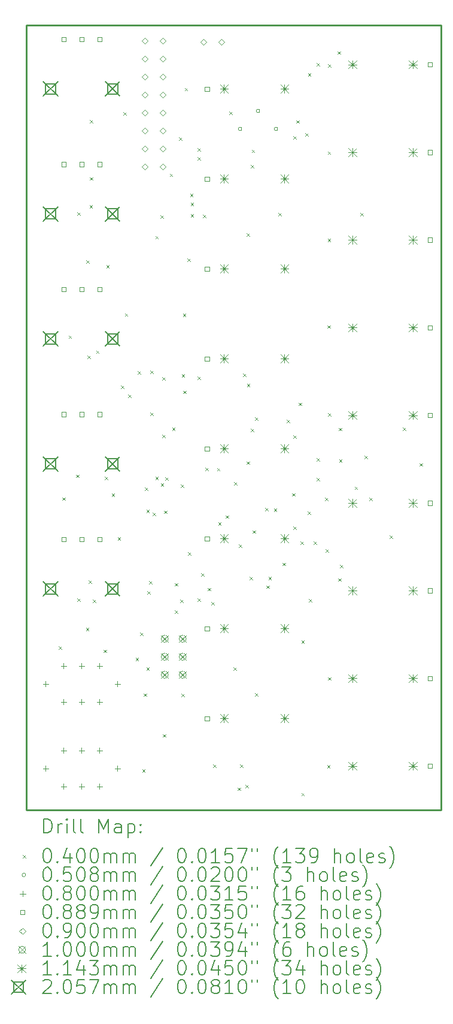
<source format=gbr>
%FSLAX45Y45*%
G04 Gerber Fmt 4.5, Leading zero omitted, Abs format (unit mm)*
G04 Created by KiCad (PCBNEW (5.99.0-11177-g6c67dfa032)) date 2021-08-04 13:54:26*
%MOMM*%
%LPD*%
G01*
G04 APERTURE LIST*
%TA.AperFunction,Profile*%
%ADD10C,0.254000*%
%TD*%
%ADD11C,0.200000*%
%ADD12C,0.040000*%
%ADD13C,0.050800*%
%ADD14C,0.080000*%
%ADD15C,0.088900*%
%ADD16C,0.090000*%
%ADD17C,0.100000*%
%ADD18C,0.114300*%
%ADD19C,0.205740*%
G04 APERTURE END LIST*
D10*
X5867400Y0D02*
X5867400Y-11087100D01*
X5867400Y-11087100D02*
X0Y-11087100D01*
X0Y0D02*
X5867400Y0D01*
X0Y-11087100D02*
X0Y0D01*
D11*
D12*
X455000Y-8774000D02*
X495000Y-8814000D01*
X495000Y-8774000D02*
X455000Y-8814000D01*
X505796Y-6671204D02*
X545796Y-6711204D01*
X545796Y-6671204D02*
X505796Y-6711204D01*
X596000Y-4387000D02*
X636000Y-4427000D01*
X636000Y-4387000D02*
X596000Y-4427000D01*
X702000Y-6350000D02*
X742000Y-6390000D01*
X742000Y-6350000D02*
X702000Y-6390000D01*
X718000Y-8096000D02*
X758000Y-8136000D01*
X758000Y-8096000D02*
X718000Y-8136000D01*
X719914Y-2648086D02*
X759914Y-2688086D01*
X759914Y-2648086D02*
X719914Y-2688086D01*
X840000Y-8516000D02*
X880000Y-8556000D01*
X880000Y-8516000D02*
X840000Y-8556000D01*
X847000Y-3322000D02*
X887000Y-3362000D01*
X887000Y-3322000D02*
X847000Y-3362000D01*
X864000Y-4667000D02*
X904000Y-4707000D01*
X904000Y-4667000D02*
X864000Y-4707000D01*
X876000Y-7845000D02*
X916000Y-7885000D01*
X916000Y-7845000D02*
X876000Y-7885000D01*
X892000Y-2545000D02*
X932000Y-2585000D01*
X932000Y-2545000D02*
X892000Y-2585000D01*
X894000Y-2150000D02*
X934000Y-2190000D01*
X934000Y-2150000D02*
X894000Y-2190000D01*
X897000Y-1341000D02*
X937000Y-1381000D01*
X937000Y-1341000D02*
X897000Y-1381000D01*
X936000Y-8114000D02*
X976000Y-8154000D01*
X976000Y-8114000D02*
X936000Y-8154000D01*
X984000Y-4598000D02*
X1024000Y-4638000D01*
X1024000Y-4598000D02*
X984000Y-4638000D01*
X1091000Y-8823000D02*
X1131000Y-8863000D01*
X1131000Y-8823000D02*
X1091000Y-8863000D01*
X1107000Y-6379000D02*
X1147000Y-6419000D01*
X1147000Y-6379000D02*
X1107000Y-6419000D01*
X1129000Y-3392000D02*
X1169000Y-3432000D01*
X1169000Y-3392000D02*
X1129000Y-3432000D01*
X1204000Y-6618000D02*
X1244000Y-6658000D01*
X1244000Y-6618000D02*
X1204000Y-6658000D01*
X1289930Y-7236000D02*
X1329930Y-7276000D01*
X1329930Y-7236000D02*
X1289930Y-7276000D01*
X1338000Y-5093000D02*
X1378000Y-5133000D01*
X1378000Y-5093000D02*
X1338000Y-5133000D01*
X1367000Y-1232000D02*
X1407000Y-1272000D01*
X1407000Y-1232000D02*
X1367000Y-1272000D01*
X1391000Y-4073000D02*
X1431000Y-4113000D01*
X1431000Y-4073000D02*
X1391000Y-4113000D01*
X1440000Y-5220000D02*
X1480000Y-5260000D01*
X1480000Y-5220000D02*
X1440000Y-5260000D01*
X1543000Y-8940000D02*
X1583000Y-8980000D01*
X1583000Y-8940000D02*
X1543000Y-8980000D01*
X1571000Y-4888000D02*
X1611000Y-4928000D01*
X1611000Y-4888000D02*
X1571000Y-4928000D01*
X1609550Y-8582834D02*
X1649550Y-8622834D01*
X1649550Y-8582834D02*
X1609550Y-8622834D01*
X1637000Y-10512000D02*
X1677000Y-10552000D01*
X1677000Y-10512000D02*
X1637000Y-10552000D01*
X1660000Y-9440000D02*
X1700000Y-9480000D01*
X1700000Y-9440000D02*
X1660000Y-9480000D01*
X1676000Y-6534000D02*
X1716000Y-6574000D01*
X1716000Y-6534000D02*
X1676000Y-6574000D01*
X1695000Y-9071000D02*
X1735000Y-9111000D01*
X1735000Y-9071000D02*
X1695000Y-9111000D01*
X1695963Y-6846740D02*
X1735963Y-6886740D01*
X1735963Y-6846740D02*
X1695963Y-6886740D01*
X1708401Y-8000000D02*
X1748401Y-8040000D01*
X1748401Y-8000000D02*
X1708401Y-8040000D01*
X1732000Y-7855000D02*
X1772000Y-7895000D01*
X1772000Y-7855000D02*
X1732000Y-7895000D01*
X1754000Y-4880000D02*
X1794000Y-4920000D01*
X1794000Y-4880000D02*
X1754000Y-4920000D01*
X1754000Y-5476000D02*
X1794000Y-5516000D01*
X1794000Y-5476000D02*
X1754000Y-5516000D01*
X1787000Y-6888000D02*
X1827000Y-6928000D01*
X1827000Y-6888000D02*
X1787000Y-6928000D01*
X1821890Y-2980000D02*
X1861890Y-3020000D01*
X1861890Y-2980000D02*
X1821890Y-3020000D01*
X1822000Y-6379000D02*
X1862000Y-6419000D01*
X1862000Y-6379000D02*
X1822000Y-6419000D01*
X1892000Y-2687000D02*
X1932000Y-2727000D01*
X1932000Y-2687000D02*
X1892000Y-2727000D01*
X1898000Y-6475000D02*
X1938000Y-6515000D01*
X1938000Y-6475000D02*
X1898000Y-6515000D01*
X1918000Y-4974000D02*
X1958000Y-5014000D01*
X1958000Y-4974000D02*
X1918000Y-5014000D01*
X1920000Y-5786000D02*
X1960000Y-5826000D01*
X1960000Y-5786000D02*
X1920000Y-5826000D01*
X1928000Y-10017000D02*
X1968000Y-10057000D01*
X1968000Y-10017000D02*
X1928000Y-10057000D01*
X1948000Y-6858000D02*
X1988000Y-6898000D01*
X1988000Y-6858000D02*
X1948000Y-6898000D01*
X1963000Y-6389000D02*
X2003000Y-6429000D01*
X2003000Y-6389000D02*
X1963000Y-6429000D01*
X2026000Y-2099000D02*
X2066000Y-2139000D01*
X2066000Y-2099000D02*
X2026000Y-2139000D01*
X2060220Y-5685000D02*
X2100220Y-5725000D01*
X2100220Y-5685000D02*
X2060220Y-5725000D01*
X2096000Y-8270000D02*
X2136000Y-8310000D01*
X2136000Y-8270000D02*
X2096000Y-8310000D01*
X2099000Y-7882000D02*
X2139000Y-7922000D01*
X2139000Y-7882000D02*
X2099000Y-7922000D01*
X2156000Y-1585000D02*
X2196000Y-1625000D01*
X2196000Y-1585000D02*
X2156000Y-1625000D01*
X2175000Y-8113000D02*
X2215000Y-8153000D01*
X2215000Y-8113000D02*
X2175000Y-8153000D01*
X2179713Y-6490747D02*
X2219713Y-6530747D01*
X2219713Y-6490747D02*
X2179713Y-6530747D01*
X2190000Y-9447000D02*
X2230000Y-9487000D01*
X2230000Y-9447000D02*
X2190000Y-9487000D01*
X2196000Y-4933000D02*
X2236000Y-4973000D01*
X2236000Y-4933000D02*
X2196000Y-4973000D01*
X2213000Y-4077000D02*
X2253000Y-4117000D01*
X2253000Y-4077000D02*
X2213000Y-4117000D01*
X2214000Y-5164000D02*
X2254000Y-5204000D01*
X2254000Y-5164000D02*
X2214000Y-5204000D01*
X2237000Y-890000D02*
X2277000Y-930000D01*
X2277000Y-890000D02*
X2237000Y-930000D01*
X2274000Y-3297000D02*
X2314000Y-3337000D01*
X2314000Y-3297000D02*
X2274000Y-3337000D01*
X2285000Y-7444000D02*
X2325000Y-7484000D01*
X2325000Y-7444000D02*
X2285000Y-7484000D01*
X2314000Y-2382000D02*
X2354000Y-2422000D01*
X2354000Y-2382000D02*
X2314000Y-2422000D01*
X2322000Y-2512000D02*
X2362000Y-2552000D01*
X2362000Y-2512000D02*
X2322000Y-2552000D01*
X2322000Y-2673000D02*
X2362000Y-2713000D01*
X2362000Y-2673000D02*
X2322000Y-2713000D01*
X2417000Y-8097000D02*
X2457000Y-8137000D01*
X2457000Y-8097000D02*
X2417000Y-8137000D01*
X2419000Y-1740000D02*
X2459000Y-1780000D01*
X2459000Y-1740000D02*
X2419000Y-1780000D01*
X2421001Y-1865999D02*
X2461001Y-1905999D01*
X2461001Y-1865999D02*
X2421001Y-1905999D01*
X2422000Y-4965000D02*
X2462000Y-5005000D01*
X2462000Y-4965000D02*
X2422000Y-5005000D01*
X2472000Y-7741000D02*
X2512000Y-7781000D01*
X2512000Y-7741000D02*
X2472000Y-7781000D01*
X2499000Y-2681000D02*
X2539000Y-2721000D01*
X2539000Y-2681000D02*
X2499000Y-2721000D01*
X2528000Y-6253000D02*
X2568000Y-6293000D01*
X2568000Y-6253000D02*
X2528000Y-6293000D01*
X2563000Y-7951000D02*
X2603000Y-7991000D01*
X2603000Y-7951000D02*
X2563000Y-7991000D01*
X2614000Y-8151000D02*
X2654000Y-8191000D01*
X2654000Y-8151000D02*
X2614000Y-8191000D01*
X2639000Y-10444000D02*
X2679000Y-10484000D01*
X2679000Y-10444000D02*
X2639000Y-10484000D01*
X2694000Y-6258000D02*
X2734000Y-6298000D01*
X2734000Y-6258000D02*
X2694000Y-6298000D01*
X2712000Y-7024000D02*
X2752000Y-7064000D01*
X2752000Y-7024000D02*
X2712000Y-7064000D01*
X2820698Y-6926778D02*
X2860698Y-6966778D01*
X2860698Y-6926778D02*
X2820698Y-6966778D01*
X2869000Y-1222000D02*
X2909000Y-1262000D01*
X2909000Y-1222000D02*
X2869000Y-1262000D01*
X2926000Y-9071000D02*
X2966000Y-9111000D01*
X2966000Y-9071000D02*
X2926000Y-9111000D01*
X2936000Y-6455000D02*
X2976000Y-6495000D01*
X2976000Y-6455000D02*
X2936000Y-6495000D01*
X2988000Y-10771000D02*
X3028000Y-10811000D01*
X3028000Y-10771000D02*
X2988000Y-10811000D01*
X3002000Y-7339000D02*
X3042000Y-7379000D01*
X3042000Y-7339000D02*
X3002000Y-7379000D01*
X3022000Y-10447000D02*
X3062000Y-10487000D01*
X3062000Y-10447000D02*
X3022000Y-10487000D01*
X3060527Y-4924492D02*
X3100527Y-4964492D01*
X3100527Y-4924492D02*
X3060527Y-4964492D01*
X3097000Y-10731000D02*
X3137000Y-10771000D01*
X3137000Y-10731000D02*
X3097000Y-10771000D01*
X3117000Y-2941000D02*
X3157000Y-2981000D01*
X3157000Y-2941000D02*
X3117000Y-2981000D01*
X3117000Y-6164000D02*
X3157000Y-6204000D01*
X3157000Y-6164000D02*
X3117000Y-6204000D01*
X3118000Y-5067000D02*
X3158000Y-5107000D01*
X3158000Y-5067000D02*
X3118000Y-5107000D01*
X3159000Y-7796000D02*
X3199000Y-7836000D01*
X3199000Y-7796000D02*
X3159000Y-7836000D01*
X3172000Y-5701000D02*
X3212000Y-5741000D01*
X3212000Y-5701000D02*
X3172000Y-5741000D01*
X3175000Y-1978000D02*
X3215000Y-2018000D01*
X3215000Y-1978000D02*
X3175000Y-2018000D01*
X3187000Y-1762000D02*
X3227000Y-1802000D01*
X3227000Y-1762000D02*
X3187000Y-1802000D01*
X3199000Y-7137000D02*
X3239000Y-7177000D01*
X3239000Y-7137000D02*
X3199000Y-7177000D01*
X3232110Y-9436000D02*
X3272110Y-9476000D01*
X3272110Y-9436000D02*
X3232110Y-9476000D01*
X3234000Y-5544000D02*
X3274000Y-5584000D01*
X3274000Y-5544000D02*
X3234000Y-5584000D01*
X3374500Y-6821500D02*
X3414500Y-6861500D01*
X3414500Y-6821500D02*
X3374500Y-6861500D01*
X3394750Y-7916250D02*
X3434750Y-7956250D01*
X3434750Y-7916250D02*
X3394750Y-7956250D01*
X3423000Y-7794000D02*
X3463000Y-7834000D01*
X3463000Y-7794000D02*
X3423000Y-7834000D01*
X3500000Y-6829000D02*
X3540000Y-6869000D01*
X3540000Y-6829000D02*
X3500000Y-6869000D01*
X3562000Y-2655000D02*
X3602000Y-2695000D01*
X3602000Y-2655000D02*
X3562000Y-2695000D01*
X3623000Y-7595000D02*
X3663000Y-7635000D01*
X3663000Y-7595000D02*
X3623000Y-7635000D01*
X3681000Y-5577000D02*
X3721000Y-5617000D01*
X3721000Y-5577000D02*
X3681000Y-5617000D01*
X3759000Y-6614000D02*
X3799000Y-6654000D01*
X3799000Y-6614000D02*
X3759000Y-6654000D01*
X3776000Y-1572000D02*
X3816000Y-1612000D01*
X3816000Y-1572000D02*
X3776000Y-1612000D01*
X3776000Y-7080000D02*
X3816000Y-7120000D01*
X3816000Y-7080000D02*
X3776000Y-7120000D01*
X3777000Y-5794000D02*
X3817000Y-5834000D01*
X3817000Y-5794000D02*
X3777000Y-5834000D01*
X3814000Y-1347000D02*
X3854000Y-1387000D01*
X3854000Y-1347000D02*
X3814000Y-1387000D01*
X3850000Y-5334000D02*
X3890000Y-5374000D01*
X3890000Y-5334000D02*
X3850000Y-5374000D01*
X3876000Y-7292000D02*
X3916000Y-7332000D01*
X3916000Y-7292000D02*
X3876000Y-7332000D01*
X3888000Y-8693000D02*
X3928000Y-8733000D01*
X3928000Y-8693000D02*
X3888000Y-8733000D01*
X3889000Y-10847000D02*
X3929000Y-10887000D01*
X3929000Y-10847000D02*
X3889000Y-10887000D01*
X3942000Y-1531000D02*
X3982000Y-1571000D01*
X3982000Y-1531000D02*
X3942000Y-1571000D01*
X3980000Y-6873000D02*
X4020000Y-6913000D01*
X4020000Y-6873000D02*
X3980000Y-6913000D01*
X3982000Y-679000D02*
X4022000Y-719000D01*
X4022000Y-679000D02*
X3982000Y-719000D01*
X3992110Y-8109000D02*
X4032110Y-8149000D01*
X4032110Y-8109000D02*
X3992110Y-8149000D01*
X4061000Y-7294000D02*
X4101000Y-7334000D01*
X4101000Y-7294000D02*
X4061000Y-7334000D01*
X4103000Y-540000D02*
X4143000Y-580000D01*
X4143000Y-540000D02*
X4103000Y-580000D01*
X4106000Y-6116000D02*
X4146000Y-6156000D01*
X4146000Y-6116000D02*
X4106000Y-6156000D01*
X4107000Y-6398000D02*
X4147000Y-6438000D01*
X4147000Y-6398000D02*
X4107000Y-6438000D01*
X4223770Y-6676770D02*
X4263770Y-6716770D01*
X4263770Y-6676770D02*
X4223770Y-6716770D01*
X4231000Y-7407000D02*
X4271000Y-7447000D01*
X4271000Y-7407000D02*
X4231000Y-7447000D01*
X4254000Y-10452000D02*
X4294000Y-10492000D01*
X4294000Y-10452000D02*
X4254000Y-10492000D01*
X4259000Y-4242000D02*
X4299000Y-4282000D01*
X4299000Y-4242000D02*
X4259000Y-4282000D01*
X4261000Y-1788000D02*
X4301000Y-1828000D01*
X4301000Y-1788000D02*
X4261000Y-1828000D01*
X4261000Y-3018000D02*
X4301000Y-3058000D01*
X4301000Y-3018000D02*
X4261000Y-3058000D01*
X4264000Y-556000D02*
X4304000Y-596000D01*
X4304000Y-556000D02*
X4264000Y-596000D01*
X4267000Y-9213000D02*
X4307000Y-9253000D01*
X4307000Y-9213000D02*
X4267000Y-9253000D01*
X4268000Y-5480000D02*
X4308000Y-5520000D01*
X4308000Y-5480000D02*
X4268000Y-5520000D01*
X4403000Y-372000D02*
X4443000Y-412000D01*
X4443000Y-372000D02*
X4403000Y-412000D01*
X4412000Y-7815000D02*
X4452000Y-7855000D01*
X4452000Y-7815000D02*
X4412000Y-7855000D01*
X4415000Y-5689000D02*
X4455000Y-5729000D01*
X4455000Y-5689000D02*
X4415000Y-5729000D01*
X4423000Y-6133000D02*
X4463000Y-6173000D01*
X4463000Y-6133000D02*
X4423000Y-6173000D01*
X4432000Y-7627000D02*
X4472000Y-7667000D01*
X4472000Y-7627000D02*
X4432000Y-7667000D01*
X4642000Y-6519000D02*
X4682000Y-6559000D01*
X4682000Y-6519000D02*
X4642000Y-6559000D01*
X4720000Y-2653000D02*
X4760000Y-2693000D01*
X4760000Y-2653000D02*
X4720000Y-2693000D01*
X4782000Y-6082000D02*
X4822000Y-6122000D01*
X4822000Y-6082000D02*
X4782000Y-6122000D01*
X4851550Y-6679000D02*
X4891550Y-6719000D01*
X4891550Y-6679000D02*
X4851550Y-6719000D01*
X5136000Y-7211000D02*
X5176000Y-7251000D01*
X5176000Y-7211000D02*
X5136000Y-7251000D01*
X5322000Y-5685000D02*
X5362000Y-5725000D01*
X5362000Y-5685000D02*
X5322000Y-5725000D01*
X5564000Y-6190000D02*
X5604000Y-6230000D01*
X5604000Y-6190000D02*
X5564000Y-6230000D01*
D13*
X3046400Y-1468000D02*
G75*
G03*
X3046400Y-1468000I-25400J0D01*
G01*
X3300400Y-1214000D02*
G75*
G03*
X3300400Y-1214000I-25400J0D01*
G01*
X3554400Y-1468000D02*
G75*
G03*
X3554400Y-1468000I-25400J0D01*
G01*
D14*
X271780Y-9265290D02*
X271780Y-9345290D01*
X231780Y-9305290D02*
X311780Y-9305290D01*
X271780Y-10459090D02*
X271780Y-10539090D01*
X231780Y-10499090D02*
X311780Y-10499090D01*
X525780Y-9011290D02*
X525780Y-9091290D01*
X485780Y-9051290D02*
X565780Y-9051290D01*
X525780Y-9519290D02*
X525780Y-9599290D01*
X485780Y-9559290D02*
X565780Y-9559290D01*
X525780Y-10205090D02*
X525780Y-10285090D01*
X485780Y-10245090D02*
X565780Y-10245090D01*
X525780Y-10713090D02*
X525780Y-10793090D01*
X485780Y-10753090D02*
X565780Y-10753090D01*
X779780Y-9011290D02*
X779780Y-9091290D01*
X739780Y-9051290D02*
X819780Y-9051290D01*
X779780Y-9519290D02*
X779780Y-9599290D01*
X739780Y-9559290D02*
X819780Y-9559290D01*
X779780Y-10205090D02*
X779780Y-10285090D01*
X739780Y-10245090D02*
X819780Y-10245090D01*
X779780Y-10713090D02*
X779780Y-10793090D01*
X739780Y-10753090D02*
X819780Y-10753090D01*
X1033780Y-9011290D02*
X1033780Y-9091290D01*
X993780Y-9051290D02*
X1073780Y-9051290D01*
X1033780Y-9519290D02*
X1033780Y-9599290D01*
X993780Y-9559290D02*
X1073780Y-9559290D01*
X1033780Y-10205090D02*
X1033780Y-10285090D01*
X993780Y-10245090D02*
X1073780Y-10245090D01*
X1033780Y-10713090D02*
X1033780Y-10793090D01*
X993780Y-10753090D02*
X1073780Y-10753090D01*
X1287780Y-9265290D02*
X1287780Y-9345290D01*
X1247780Y-9305290D02*
X1327780Y-9305290D01*
X1287780Y-10459090D02*
X1287780Y-10539090D01*
X1247780Y-10499090D02*
X1327780Y-10499090D01*
D15*
X557228Y-233177D02*
X557228Y-170315D01*
X494365Y-170315D01*
X494365Y-233177D01*
X557228Y-233177D01*
X557228Y-1998477D02*
X557228Y-1935614D01*
X494365Y-1935614D01*
X494365Y-1998477D01*
X557228Y-1998477D01*
X557228Y-3763777D02*
X557228Y-3700914D01*
X494365Y-3700914D01*
X494365Y-3763777D01*
X557228Y-3763777D01*
X557228Y-5529077D02*
X557228Y-5466215D01*
X494365Y-5466215D01*
X494365Y-5529077D01*
X557228Y-5529077D01*
X557228Y-7294377D02*
X557228Y-7231514D01*
X494365Y-7231514D01*
X494365Y-7294377D01*
X557228Y-7294377D01*
X811227Y-233177D02*
X811227Y-170315D01*
X748365Y-170315D01*
X748365Y-233177D01*
X811227Y-233177D01*
X811227Y-1998477D02*
X811227Y-1935614D01*
X748365Y-1935614D01*
X748365Y-1998477D01*
X811227Y-1998477D01*
X811227Y-3763777D02*
X811227Y-3700914D01*
X748365Y-3700914D01*
X748365Y-3763777D01*
X811227Y-3763777D01*
X811227Y-5529077D02*
X811227Y-5466215D01*
X748365Y-5466215D01*
X748365Y-5529077D01*
X811227Y-5529077D01*
X811227Y-7294377D02*
X811227Y-7231514D01*
X748365Y-7231514D01*
X748365Y-7294377D01*
X811227Y-7294377D01*
X1065228Y-233177D02*
X1065228Y-170315D01*
X1002365Y-170315D01*
X1002365Y-233177D01*
X1065228Y-233177D01*
X1065228Y-1998477D02*
X1065228Y-1935614D01*
X1002365Y-1935614D01*
X1002365Y-1998477D01*
X1065228Y-1998477D01*
X1065228Y-3763777D02*
X1065228Y-3700914D01*
X1002365Y-3700914D01*
X1002365Y-3763777D01*
X1065228Y-3763777D01*
X1065228Y-5529077D02*
X1065228Y-5466215D01*
X1002365Y-5466215D01*
X1002365Y-5529077D01*
X1065228Y-5529077D01*
X1065228Y-7294377D02*
X1065228Y-7231514D01*
X1002365Y-7231514D01*
X1002365Y-7294377D01*
X1065228Y-7294377D01*
X2584131Y-934401D02*
X2584131Y-871539D01*
X2521269Y-871539D01*
X2521269Y-934401D01*
X2584131Y-934401D01*
X2584131Y-2204401D02*
X2584131Y-2141539D01*
X2521269Y-2141539D01*
X2521269Y-2204401D01*
X2584131Y-2204401D01*
X2584131Y-3474401D02*
X2584131Y-3411539D01*
X2521269Y-3411539D01*
X2521269Y-3474401D01*
X2584131Y-3474401D01*
X2584131Y-4744401D02*
X2584131Y-4681539D01*
X2521269Y-4681539D01*
X2521269Y-4744401D01*
X2584131Y-4744401D01*
X2584131Y-6014401D02*
X2584131Y-5951539D01*
X2521269Y-5951539D01*
X2521269Y-6014401D01*
X2584131Y-6014401D01*
X2584131Y-7284401D02*
X2584131Y-7221539D01*
X2521269Y-7221539D01*
X2521269Y-7284401D01*
X2584131Y-7284401D01*
X2584131Y-8554401D02*
X2584131Y-8491539D01*
X2521269Y-8491539D01*
X2521269Y-8554401D01*
X2584131Y-8554401D01*
X2584131Y-9824401D02*
X2584131Y-9761539D01*
X2521269Y-9761539D01*
X2521269Y-9824401D01*
X2584131Y-9824401D01*
X5738811Y-590231D02*
X5738811Y-527369D01*
X5675949Y-527369D01*
X5675949Y-590231D01*
X5738811Y-590231D01*
X5738811Y-1828481D02*
X5738811Y-1765619D01*
X5675949Y-1765619D01*
X5675949Y-1828481D01*
X5738811Y-1828481D01*
X5738811Y-3066731D02*
X5738811Y-3003869D01*
X5675949Y-3003869D01*
X5675949Y-3066731D01*
X5738811Y-3066731D01*
X5738811Y-4304981D02*
X5738811Y-4242119D01*
X5675949Y-4242119D01*
X5675949Y-4304981D01*
X5738811Y-4304981D01*
X5738811Y-5543231D02*
X5738811Y-5480369D01*
X5675949Y-5480369D01*
X5675949Y-5543231D01*
X5738811Y-5543231D01*
X5738811Y-6781481D02*
X5738811Y-6718619D01*
X5675949Y-6718619D01*
X5675949Y-6781481D01*
X5738811Y-6781481D01*
X5738811Y-8019731D02*
X5738811Y-7956869D01*
X5675949Y-7956869D01*
X5675949Y-8019731D01*
X5738811Y-8019731D01*
X5738811Y-9257981D02*
X5738811Y-9195119D01*
X5675949Y-9195119D01*
X5675949Y-9257981D01*
X5738811Y-9257981D01*
X5738811Y-10496231D02*
X5738811Y-10433369D01*
X5675949Y-10433369D01*
X5675949Y-10496231D01*
X5738811Y-10496231D01*
D16*
X1674000Y-268000D02*
X1719000Y-223000D01*
X1674000Y-178000D01*
X1629000Y-223000D01*
X1674000Y-268000D01*
X1674000Y-522000D02*
X1719000Y-477000D01*
X1674000Y-432000D01*
X1629000Y-477000D01*
X1674000Y-522000D01*
X1674000Y-776000D02*
X1719000Y-731000D01*
X1674000Y-686000D01*
X1629000Y-731000D01*
X1674000Y-776000D01*
X1674000Y-1030000D02*
X1719000Y-985000D01*
X1674000Y-940000D01*
X1629000Y-985000D01*
X1674000Y-1030000D01*
X1674000Y-1284000D02*
X1719000Y-1239000D01*
X1674000Y-1194000D01*
X1629000Y-1239000D01*
X1674000Y-1284000D01*
X1674000Y-1538000D02*
X1719000Y-1493000D01*
X1674000Y-1448000D01*
X1629000Y-1493000D01*
X1674000Y-1538000D01*
X1674000Y-1792000D02*
X1719000Y-1747000D01*
X1674000Y-1702000D01*
X1629000Y-1747000D01*
X1674000Y-1792000D01*
X1674000Y-2046000D02*
X1719000Y-2001000D01*
X1674000Y-1956000D01*
X1629000Y-2001000D01*
X1674000Y-2046000D01*
X1928000Y-268000D02*
X1973000Y-223000D01*
X1928000Y-178000D01*
X1883000Y-223000D01*
X1928000Y-268000D01*
X1928000Y-522000D02*
X1973000Y-477000D01*
X1928000Y-432000D01*
X1883000Y-477000D01*
X1928000Y-522000D01*
X1928000Y-776000D02*
X1973000Y-731000D01*
X1928000Y-686000D01*
X1883000Y-731000D01*
X1928000Y-776000D01*
X1928000Y-1030000D02*
X1973000Y-985000D01*
X1928000Y-940000D01*
X1883000Y-985000D01*
X1928000Y-1030000D01*
X1928000Y-1284000D02*
X1973000Y-1239000D01*
X1928000Y-1194000D01*
X1883000Y-1239000D01*
X1928000Y-1284000D01*
X1928000Y-1538000D02*
X1973000Y-1493000D01*
X1928000Y-1448000D01*
X1883000Y-1493000D01*
X1928000Y-1538000D01*
X1928000Y-1792000D02*
X1973000Y-1747000D01*
X1928000Y-1702000D01*
X1883000Y-1747000D01*
X1928000Y-1792000D01*
X1928000Y-2046000D02*
X1973000Y-2001000D01*
X1928000Y-1956000D01*
X1883000Y-2001000D01*
X1928000Y-2046000D01*
X2502000Y-287000D02*
X2547000Y-242000D01*
X2502000Y-197000D01*
X2457000Y-242000D01*
X2502000Y-287000D01*
X2756000Y-287000D02*
X2801000Y-242000D01*
X2756000Y-197000D01*
X2711000Y-242000D01*
X2756000Y-287000D01*
D17*
X1906000Y-8619000D02*
X2006000Y-8719000D01*
X2006000Y-8619000D02*
X1906000Y-8719000D01*
X2006000Y-8669000D02*
G75*
G03*
X2006000Y-8669000I-50000J0D01*
G01*
X1906000Y-8873000D02*
X2006000Y-8973000D01*
X2006000Y-8873000D02*
X1906000Y-8973000D01*
X2006000Y-8923000D02*
G75*
G03*
X2006000Y-8923000I-50000J0D01*
G01*
X1906000Y-9127000D02*
X2006000Y-9227000D01*
X2006000Y-9127000D02*
X1906000Y-9227000D01*
X2006000Y-9177000D02*
G75*
G03*
X2006000Y-9177000I-50000J0D01*
G01*
X2160000Y-8619000D02*
X2260000Y-8719000D01*
X2260000Y-8619000D02*
X2160000Y-8719000D01*
X2260000Y-8669000D02*
G75*
G03*
X2260000Y-8669000I-50000J0D01*
G01*
X2160000Y-8873000D02*
X2260000Y-8973000D01*
X2260000Y-8873000D02*
X2160000Y-8973000D01*
X2260000Y-8923000D02*
G75*
G03*
X2260000Y-8923000I-50000J0D01*
G01*
X2160000Y-9127000D02*
X2260000Y-9227000D01*
X2260000Y-9127000D02*
X2160000Y-9227000D01*
X2260000Y-9177000D02*
G75*
G03*
X2260000Y-9177000I-50000J0D01*
G01*
D18*
X2736850Y-845820D02*
X2851150Y-960120D01*
X2851150Y-845820D02*
X2736850Y-960120D01*
X2794000Y-845820D02*
X2794000Y-960120D01*
X2736850Y-902970D02*
X2851150Y-902970D01*
X2736850Y-2115820D02*
X2851150Y-2230120D01*
X2851150Y-2115820D02*
X2736850Y-2230120D01*
X2794000Y-2115820D02*
X2794000Y-2230120D01*
X2736850Y-2172970D02*
X2851150Y-2172970D01*
X2736850Y-3385820D02*
X2851150Y-3500120D01*
X2851150Y-3385820D02*
X2736850Y-3500120D01*
X2794000Y-3385820D02*
X2794000Y-3500120D01*
X2736850Y-3442970D02*
X2851150Y-3442970D01*
X2736850Y-4655820D02*
X2851150Y-4770120D01*
X2851150Y-4655820D02*
X2736850Y-4770120D01*
X2794000Y-4655820D02*
X2794000Y-4770120D01*
X2736850Y-4712970D02*
X2851150Y-4712970D01*
X2736850Y-5925820D02*
X2851150Y-6040120D01*
X2851150Y-5925820D02*
X2736850Y-6040120D01*
X2794000Y-5925820D02*
X2794000Y-6040120D01*
X2736850Y-5982970D02*
X2851150Y-5982970D01*
X2736850Y-7195820D02*
X2851150Y-7310120D01*
X2851150Y-7195820D02*
X2736850Y-7310120D01*
X2794000Y-7195820D02*
X2794000Y-7310120D01*
X2736850Y-7252970D02*
X2851150Y-7252970D01*
X2736850Y-8465820D02*
X2851150Y-8580120D01*
X2851150Y-8465820D02*
X2736850Y-8580120D01*
X2794000Y-8465820D02*
X2794000Y-8580120D01*
X2736850Y-8522970D02*
X2851150Y-8522970D01*
X2736850Y-9735820D02*
X2851150Y-9850120D01*
X2851150Y-9735820D02*
X2736850Y-9850120D01*
X2794000Y-9735820D02*
X2794000Y-9850120D01*
X2736850Y-9792970D02*
X2851150Y-9792970D01*
X3592830Y-845820D02*
X3707130Y-960120D01*
X3707130Y-845820D02*
X3592830Y-960120D01*
X3649980Y-845820D02*
X3649980Y-960120D01*
X3592830Y-902970D02*
X3707130Y-902970D01*
X3592830Y-2115820D02*
X3707130Y-2230120D01*
X3707130Y-2115820D02*
X3592830Y-2230120D01*
X3649980Y-2115820D02*
X3649980Y-2230120D01*
X3592830Y-2172970D02*
X3707130Y-2172970D01*
X3592830Y-3385820D02*
X3707130Y-3500120D01*
X3707130Y-3385820D02*
X3592830Y-3500120D01*
X3649980Y-3385820D02*
X3649980Y-3500120D01*
X3592830Y-3442970D02*
X3707130Y-3442970D01*
X3592830Y-4655820D02*
X3707130Y-4770120D01*
X3707130Y-4655820D02*
X3592830Y-4770120D01*
X3649980Y-4655820D02*
X3649980Y-4770120D01*
X3592830Y-4712970D02*
X3707130Y-4712970D01*
X3592830Y-5925820D02*
X3707130Y-6040120D01*
X3707130Y-5925820D02*
X3592830Y-6040120D01*
X3649980Y-5925820D02*
X3649980Y-6040120D01*
X3592830Y-5982970D02*
X3707130Y-5982970D01*
X3592830Y-7195820D02*
X3707130Y-7310120D01*
X3707130Y-7195820D02*
X3592830Y-7310120D01*
X3649980Y-7195820D02*
X3649980Y-7310120D01*
X3592830Y-7252970D02*
X3707130Y-7252970D01*
X3592830Y-8465820D02*
X3707130Y-8580120D01*
X3707130Y-8465820D02*
X3592830Y-8580120D01*
X3649980Y-8465820D02*
X3649980Y-8580120D01*
X3592830Y-8522970D02*
X3707130Y-8522970D01*
X3592830Y-9735820D02*
X3707130Y-9850120D01*
X3707130Y-9735820D02*
X3592830Y-9850120D01*
X3649980Y-9735820D02*
X3649980Y-9850120D01*
X3592830Y-9792970D02*
X3707130Y-9792970D01*
X4552950Y-501650D02*
X4667250Y-615950D01*
X4667250Y-501650D02*
X4552950Y-615950D01*
X4610100Y-501650D02*
X4610100Y-615950D01*
X4552950Y-558800D02*
X4667250Y-558800D01*
X4552950Y-1739900D02*
X4667250Y-1854200D01*
X4667250Y-1739900D02*
X4552950Y-1854200D01*
X4610100Y-1739900D02*
X4610100Y-1854200D01*
X4552950Y-1797050D02*
X4667250Y-1797050D01*
X4552950Y-2978150D02*
X4667250Y-3092450D01*
X4667250Y-2978150D02*
X4552950Y-3092450D01*
X4610100Y-2978150D02*
X4610100Y-3092450D01*
X4552950Y-3035300D02*
X4667250Y-3035300D01*
X4552950Y-4216400D02*
X4667250Y-4330700D01*
X4667250Y-4216400D02*
X4552950Y-4330700D01*
X4610100Y-4216400D02*
X4610100Y-4330700D01*
X4552950Y-4273550D02*
X4667250Y-4273550D01*
X4552950Y-5454650D02*
X4667250Y-5568950D01*
X4667250Y-5454650D02*
X4552950Y-5568950D01*
X4610100Y-5454650D02*
X4610100Y-5568950D01*
X4552950Y-5511800D02*
X4667250Y-5511800D01*
X4552950Y-6692900D02*
X4667250Y-6807200D01*
X4667250Y-6692900D02*
X4552950Y-6807200D01*
X4610100Y-6692900D02*
X4610100Y-6807200D01*
X4552950Y-6750050D02*
X4667250Y-6750050D01*
X4552950Y-7931150D02*
X4667250Y-8045450D01*
X4667250Y-7931150D02*
X4552950Y-8045450D01*
X4610100Y-7931150D02*
X4610100Y-8045450D01*
X4552950Y-7988300D02*
X4667250Y-7988300D01*
X4552950Y-9169400D02*
X4667250Y-9283700D01*
X4667250Y-9169400D02*
X4552950Y-9283700D01*
X4610100Y-9169400D02*
X4610100Y-9283700D01*
X4552950Y-9226550D02*
X4667250Y-9226550D01*
X4552950Y-10407650D02*
X4667250Y-10521950D01*
X4667250Y-10407650D02*
X4552950Y-10521950D01*
X4610100Y-10407650D02*
X4610100Y-10521950D01*
X4552950Y-10464800D02*
X4667250Y-10464800D01*
X5408930Y-501650D02*
X5523230Y-615950D01*
X5523230Y-501650D02*
X5408930Y-615950D01*
X5466080Y-501650D02*
X5466080Y-615950D01*
X5408930Y-558800D02*
X5523230Y-558800D01*
X5408930Y-1739900D02*
X5523230Y-1854200D01*
X5523230Y-1739900D02*
X5408930Y-1854200D01*
X5466080Y-1739900D02*
X5466080Y-1854200D01*
X5408930Y-1797050D02*
X5523230Y-1797050D01*
X5408930Y-2978150D02*
X5523230Y-3092450D01*
X5523230Y-2978150D02*
X5408930Y-3092450D01*
X5466080Y-2978150D02*
X5466080Y-3092450D01*
X5408930Y-3035300D02*
X5523230Y-3035300D01*
X5408930Y-4216400D02*
X5523230Y-4330700D01*
X5523230Y-4216400D02*
X5408930Y-4330700D01*
X5466080Y-4216400D02*
X5466080Y-4330700D01*
X5408930Y-4273550D02*
X5523230Y-4273550D01*
X5408930Y-5454650D02*
X5523230Y-5568950D01*
X5523230Y-5454650D02*
X5408930Y-5568950D01*
X5466080Y-5454650D02*
X5466080Y-5568950D01*
X5408930Y-5511800D02*
X5523230Y-5511800D01*
X5408930Y-6692900D02*
X5523230Y-6807200D01*
X5523230Y-6692900D02*
X5408930Y-6807200D01*
X5466080Y-6692900D02*
X5466080Y-6807200D01*
X5408930Y-6750050D02*
X5523230Y-6750050D01*
X5408930Y-7931150D02*
X5523230Y-8045450D01*
X5523230Y-7931150D02*
X5408930Y-8045450D01*
X5466080Y-7931150D02*
X5466080Y-8045450D01*
X5408930Y-7988300D02*
X5523230Y-7988300D01*
X5408930Y-9169400D02*
X5523230Y-9283700D01*
X5523230Y-9169400D02*
X5408930Y-9283700D01*
X5466080Y-9169400D02*
X5466080Y-9283700D01*
X5408930Y-9226550D02*
X5523230Y-9226550D01*
X5408930Y-10407650D02*
X5523230Y-10521950D01*
X5523230Y-10407650D02*
X5408930Y-10521950D01*
X5466080Y-10407650D02*
X5466080Y-10521950D01*
X5408930Y-10464800D02*
X5523230Y-10464800D01*
D19*
X237506Y-799916D02*
X443246Y-1005656D01*
X443246Y-799916D02*
X237506Y-1005656D01*
X413117Y-975526D02*
X413117Y-830045D01*
X267636Y-830045D01*
X267636Y-975526D01*
X413117Y-975526D01*
X237506Y-2565216D02*
X443246Y-2770956D01*
X443246Y-2565216D02*
X237506Y-2770956D01*
X413117Y-2740827D02*
X413117Y-2595345D01*
X267636Y-2595345D01*
X267636Y-2740827D01*
X413117Y-2740827D01*
X237506Y-4330516D02*
X443246Y-4536256D01*
X443246Y-4330516D02*
X237506Y-4536256D01*
X413117Y-4506127D02*
X413117Y-4360645D01*
X267636Y-4360645D01*
X267636Y-4506127D01*
X413117Y-4506127D01*
X237506Y-6095816D02*
X443246Y-6301556D01*
X443246Y-6095816D02*
X237506Y-6301556D01*
X413117Y-6271426D02*
X413117Y-6125945D01*
X267636Y-6125945D01*
X267636Y-6271426D01*
X413117Y-6271426D01*
X237506Y-7861116D02*
X443246Y-8066856D01*
X443246Y-7861116D02*
X237506Y-8066856D01*
X413117Y-8036726D02*
X413117Y-7891245D01*
X267636Y-7891245D01*
X267636Y-8036726D01*
X413117Y-8036726D01*
X1116346Y-799916D02*
X1322086Y-1005656D01*
X1322086Y-799916D02*
X1116346Y-1005656D01*
X1291957Y-975526D02*
X1291957Y-830045D01*
X1146476Y-830045D01*
X1146476Y-975526D01*
X1291957Y-975526D01*
X1116346Y-2565216D02*
X1322086Y-2770956D01*
X1322086Y-2565216D02*
X1116346Y-2770956D01*
X1291957Y-2740827D02*
X1291957Y-2595345D01*
X1146476Y-2595345D01*
X1146476Y-2740827D01*
X1291957Y-2740827D01*
X1116346Y-4330516D02*
X1322086Y-4536256D01*
X1322086Y-4330516D02*
X1116346Y-4536256D01*
X1291957Y-4506127D02*
X1291957Y-4360645D01*
X1146476Y-4360645D01*
X1146476Y-4506127D01*
X1291957Y-4506127D01*
X1116346Y-6095816D02*
X1322086Y-6301556D01*
X1322086Y-6095816D02*
X1116346Y-6301556D01*
X1291957Y-6271426D02*
X1291957Y-6125945D01*
X1146476Y-6125945D01*
X1146476Y-6271426D01*
X1291957Y-6271426D01*
X1116346Y-7861116D02*
X1322086Y-8066856D01*
X1322086Y-7861116D02*
X1116346Y-8066856D01*
X1291957Y-8036726D02*
X1291957Y-7891245D01*
X1146476Y-7891245D01*
X1146476Y-8036726D01*
X1291957Y-8036726D01*
D11*
X244919Y-11410276D02*
X244919Y-11210276D01*
X292538Y-11210276D01*
X321110Y-11219800D01*
X340157Y-11238848D01*
X349681Y-11257895D01*
X359205Y-11295990D01*
X359205Y-11324562D01*
X349681Y-11362657D01*
X340157Y-11381705D01*
X321110Y-11400752D01*
X292538Y-11410276D01*
X244919Y-11410276D01*
X444919Y-11410276D02*
X444919Y-11276943D01*
X444919Y-11315038D02*
X454443Y-11295990D01*
X463967Y-11286467D01*
X483014Y-11276943D01*
X502062Y-11276943D01*
X568729Y-11410276D02*
X568729Y-11276943D01*
X568729Y-11210276D02*
X559205Y-11219800D01*
X568729Y-11229324D01*
X578252Y-11219800D01*
X568729Y-11210276D01*
X568729Y-11229324D01*
X692538Y-11410276D02*
X673490Y-11400752D01*
X663967Y-11381705D01*
X663967Y-11210276D01*
X797300Y-11410276D02*
X778252Y-11400752D01*
X768728Y-11381705D01*
X768728Y-11210276D01*
X1025871Y-11410276D02*
X1025871Y-11210276D01*
X1092538Y-11353133D01*
X1159205Y-11210276D01*
X1159205Y-11410276D01*
X1340157Y-11410276D02*
X1340157Y-11305514D01*
X1330633Y-11286467D01*
X1311586Y-11276943D01*
X1273490Y-11276943D01*
X1254443Y-11286467D01*
X1340157Y-11400752D02*
X1321110Y-11410276D01*
X1273490Y-11410276D01*
X1254443Y-11400752D01*
X1244919Y-11381705D01*
X1244919Y-11362657D01*
X1254443Y-11343609D01*
X1273490Y-11334086D01*
X1321110Y-11334086D01*
X1340157Y-11324562D01*
X1435395Y-11276943D02*
X1435395Y-11476943D01*
X1435395Y-11286467D02*
X1454443Y-11276943D01*
X1492538Y-11276943D01*
X1511586Y-11286467D01*
X1521109Y-11295990D01*
X1530633Y-11315038D01*
X1530633Y-11372181D01*
X1521109Y-11391228D01*
X1511586Y-11400752D01*
X1492538Y-11410276D01*
X1454443Y-11410276D01*
X1435395Y-11400752D01*
X1616348Y-11391228D02*
X1625871Y-11400752D01*
X1616348Y-11410276D01*
X1606824Y-11400752D01*
X1616348Y-11391228D01*
X1616348Y-11410276D01*
X1616348Y-11286467D02*
X1625871Y-11295990D01*
X1616348Y-11305514D01*
X1606824Y-11295990D01*
X1616348Y-11286467D01*
X1616348Y-11305514D01*
D12*
X-52700Y-11719800D02*
X-12700Y-11759800D01*
X-12700Y-11719800D02*
X-52700Y-11759800D01*
D11*
X283014Y-11630276D02*
X302062Y-11630276D01*
X321110Y-11639800D01*
X330633Y-11649324D01*
X340157Y-11668371D01*
X349681Y-11706467D01*
X349681Y-11754086D01*
X340157Y-11792181D01*
X330633Y-11811228D01*
X321110Y-11820752D01*
X302062Y-11830276D01*
X283014Y-11830276D01*
X263967Y-11820752D01*
X254443Y-11811228D01*
X244919Y-11792181D01*
X235395Y-11754086D01*
X235395Y-11706467D01*
X244919Y-11668371D01*
X254443Y-11649324D01*
X263967Y-11639800D01*
X283014Y-11630276D01*
X435395Y-11811228D02*
X444919Y-11820752D01*
X435395Y-11830276D01*
X425871Y-11820752D01*
X435395Y-11811228D01*
X435395Y-11830276D01*
X616348Y-11696943D02*
X616348Y-11830276D01*
X568729Y-11620752D02*
X521109Y-11763609D01*
X644919Y-11763609D01*
X759205Y-11630276D02*
X778252Y-11630276D01*
X797300Y-11639800D01*
X806824Y-11649324D01*
X816348Y-11668371D01*
X825871Y-11706467D01*
X825871Y-11754086D01*
X816348Y-11792181D01*
X806824Y-11811228D01*
X797300Y-11820752D01*
X778252Y-11830276D01*
X759205Y-11830276D01*
X740157Y-11820752D01*
X730633Y-11811228D01*
X721109Y-11792181D01*
X711586Y-11754086D01*
X711586Y-11706467D01*
X721109Y-11668371D01*
X730633Y-11649324D01*
X740157Y-11639800D01*
X759205Y-11630276D01*
X949681Y-11630276D02*
X968728Y-11630276D01*
X987776Y-11639800D01*
X997300Y-11649324D01*
X1006824Y-11668371D01*
X1016348Y-11706467D01*
X1016348Y-11754086D01*
X1006824Y-11792181D01*
X997300Y-11811228D01*
X987776Y-11820752D01*
X968728Y-11830276D01*
X949681Y-11830276D01*
X930633Y-11820752D01*
X921109Y-11811228D01*
X911586Y-11792181D01*
X902062Y-11754086D01*
X902062Y-11706467D01*
X911586Y-11668371D01*
X921109Y-11649324D01*
X930633Y-11639800D01*
X949681Y-11630276D01*
X1102062Y-11830276D02*
X1102062Y-11696943D01*
X1102062Y-11715990D02*
X1111586Y-11706467D01*
X1130633Y-11696943D01*
X1159205Y-11696943D01*
X1178252Y-11706467D01*
X1187776Y-11725514D01*
X1187776Y-11830276D01*
X1187776Y-11725514D02*
X1197300Y-11706467D01*
X1216348Y-11696943D01*
X1244919Y-11696943D01*
X1263967Y-11706467D01*
X1273490Y-11725514D01*
X1273490Y-11830276D01*
X1368729Y-11830276D02*
X1368729Y-11696943D01*
X1368729Y-11715990D02*
X1378252Y-11706467D01*
X1397300Y-11696943D01*
X1425871Y-11696943D01*
X1444919Y-11706467D01*
X1454443Y-11725514D01*
X1454443Y-11830276D01*
X1454443Y-11725514D02*
X1463967Y-11706467D01*
X1483014Y-11696943D01*
X1511586Y-11696943D01*
X1530633Y-11706467D01*
X1540157Y-11725514D01*
X1540157Y-11830276D01*
X1930633Y-11620752D02*
X1759205Y-11877895D01*
X2187776Y-11630276D02*
X2206824Y-11630276D01*
X2225871Y-11639800D01*
X2235395Y-11649324D01*
X2244919Y-11668371D01*
X2254443Y-11706467D01*
X2254443Y-11754086D01*
X2244919Y-11792181D01*
X2235395Y-11811228D01*
X2225871Y-11820752D01*
X2206824Y-11830276D01*
X2187776Y-11830276D01*
X2168729Y-11820752D01*
X2159205Y-11811228D01*
X2149681Y-11792181D01*
X2140157Y-11754086D01*
X2140157Y-11706467D01*
X2149681Y-11668371D01*
X2159205Y-11649324D01*
X2168729Y-11639800D01*
X2187776Y-11630276D01*
X2340157Y-11811228D02*
X2349681Y-11820752D01*
X2340157Y-11830276D01*
X2330633Y-11820752D01*
X2340157Y-11811228D01*
X2340157Y-11830276D01*
X2473490Y-11630276D02*
X2492538Y-11630276D01*
X2511586Y-11639800D01*
X2521110Y-11649324D01*
X2530633Y-11668371D01*
X2540157Y-11706467D01*
X2540157Y-11754086D01*
X2530633Y-11792181D01*
X2521110Y-11811228D01*
X2511586Y-11820752D01*
X2492538Y-11830276D01*
X2473490Y-11830276D01*
X2454443Y-11820752D01*
X2444919Y-11811228D01*
X2435395Y-11792181D01*
X2425871Y-11754086D01*
X2425871Y-11706467D01*
X2435395Y-11668371D01*
X2444919Y-11649324D01*
X2454443Y-11639800D01*
X2473490Y-11630276D01*
X2730633Y-11830276D02*
X2616348Y-11830276D01*
X2673490Y-11830276D02*
X2673490Y-11630276D01*
X2654443Y-11658848D01*
X2635395Y-11677895D01*
X2616348Y-11687419D01*
X2911586Y-11630276D02*
X2816348Y-11630276D01*
X2806824Y-11725514D01*
X2816348Y-11715990D01*
X2835395Y-11706467D01*
X2883014Y-11706467D01*
X2902062Y-11715990D01*
X2911586Y-11725514D01*
X2921109Y-11744562D01*
X2921109Y-11792181D01*
X2911586Y-11811228D01*
X2902062Y-11820752D01*
X2883014Y-11830276D01*
X2835395Y-11830276D01*
X2816348Y-11820752D01*
X2806824Y-11811228D01*
X2987776Y-11630276D02*
X3121109Y-11630276D01*
X3035395Y-11830276D01*
X3187776Y-11630276D02*
X3187776Y-11668371D01*
X3263967Y-11630276D02*
X3263967Y-11668371D01*
X3559205Y-11906467D02*
X3549681Y-11896943D01*
X3530633Y-11868371D01*
X3521109Y-11849324D01*
X3511586Y-11820752D01*
X3502062Y-11773133D01*
X3502062Y-11735038D01*
X3511586Y-11687419D01*
X3521109Y-11658848D01*
X3530633Y-11639800D01*
X3549681Y-11611228D01*
X3559205Y-11601705D01*
X3740157Y-11830276D02*
X3625871Y-11830276D01*
X3683014Y-11830276D02*
X3683014Y-11630276D01*
X3663967Y-11658848D01*
X3644919Y-11677895D01*
X3625871Y-11687419D01*
X3806824Y-11630276D02*
X3930633Y-11630276D01*
X3863967Y-11706467D01*
X3892538Y-11706467D01*
X3911586Y-11715990D01*
X3921109Y-11725514D01*
X3930633Y-11744562D01*
X3930633Y-11792181D01*
X3921109Y-11811228D01*
X3911586Y-11820752D01*
X3892538Y-11830276D01*
X3835395Y-11830276D01*
X3816348Y-11820752D01*
X3806824Y-11811228D01*
X4025871Y-11830276D02*
X4063967Y-11830276D01*
X4083014Y-11820752D01*
X4092538Y-11811228D01*
X4111586Y-11782657D01*
X4121109Y-11744562D01*
X4121109Y-11668371D01*
X4111586Y-11649324D01*
X4102062Y-11639800D01*
X4083014Y-11630276D01*
X4044919Y-11630276D01*
X4025871Y-11639800D01*
X4016348Y-11649324D01*
X4006824Y-11668371D01*
X4006824Y-11715990D01*
X4016348Y-11735038D01*
X4025871Y-11744562D01*
X4044919Y-11754086D01*
X4083014Y-11754086D01*
X4102062Y-11744562D01*
X4111586Y-11735038D01*
X4121109Y-11715990D01*
X4359205Y-11830276D02*
X4359205Y-11630276D01*
X4444919Y-11830276D02*
X4444919Y-11725514D01*
X4435395Y-11706467D01*
X4416348Y-11696943D01*
X4387776Y-11696943D01*
X4368729Y-11706467D01*
X4359205Y-11715990D01*
X4568729Y-11830276D02*
X4549681Y-11820752D01*
X4540157Y-11811228D01*
X4530633Y-11792181D01*
X4530633Y-11735038D01*
X4540157Y-11715990D01*
X4549681Y-11706467D01*
X4568729Y-11696943D01*
X4597300Y-11696943D01*
X4616348Y-11706467D01*
X4625871Y-11715990D01*
X4635395Y-11735038D01*
X4635395Y-11792181D01*
X4625871Y-11811228D01*
X4616348Y-11820752D01*
X4597300Y-11830276D01*
X4568729Y-11830276D01*
X4749681Y-11830276D02*
X4730633Y-11820752D01*
X4721110Y-11801705D01*
X4721110Y-11630276D01*
X4902062Y-11820752D02*
X4883014Y-11830276D01*
X4844919Y-11830276D01*
X4825871Y-11820752D01*
X4816348Y-11801705D01*
X4816348Y-11725514D01*
X4825871Y-11706467D01*
X4844919Y-11696943D01*
X4883014Y-11696943D01*
X4902062Y-11706467D01*
X4911586Y-11725514D01*
X4911586Y-11744562D01*
X4816348Y-11763609D01*
X4987776Y-11820752D02*
X5006824Y-11830276D01*
X5044919Y-11830276D01*
X5063967Y-11820752D01*
X5073490Y-11801705D01*
X5073490Y-11792181D01*
X5063967Y-11773133D01*
X5044919Y-11763609D01*
X5016348Y-11763609D01*
X4997300Y-11754086D01*
X4987776Y-11735038D01*
X4987776Y-11725514D01*
X4997300Y-11706467D01*
X5016348Y-11696943D01*
X5044919Y-11696943D01*
X5063967Y-11706467D01*
X5140157Y-11906467D02*
X5149681Y-11896943D01*
X5168729Y-11868371D01*
X5178252Y-11849324D01*
X5187776Y-11820752D01*
X5197300Y-11773133D01*
X5197300Y-11735038D01*
X5187776Y-11687419D01*
X5178252Y-11658848D01*
X5168729Y-11639800D01*
X5149681Y-11611228D01*
X5140157Y-11601705D01*
D13*
X-12700Y-12003800D02*
G75*
G03*
X-12700Y-12003800I-25400J0D01*
G01*
D11*
X283014Y-11894276D02*
X302062Y-11894276D01*
X321110Y-11903800D01*
X330633Y-11913324D01*
X340157Y-11932371D01*
X349681Y-11970467D01*
X349681Y-12018086D01*
X340157Y-12056181D01*
X330633Y-12075228D01*
X321110Y-12084752D01*
X302062Y-12094276D01*
X283014Y-12094276D01*
X263967Y-12084752D01*
X254443Y-12075228D01*
X244919Y-12056181D01*
X235395Y-12018086D01*
X235395Y-11970467D01*
X244919Y-11932371D01*
X254443Y-11913324D01*
X263967Y-11903800D01*
X283014Y-11894276D01*
X435395Y-12075228D02*
X444919Y-12084752D01*
X435395Y-12094276D01*
X425871Y-12084752D01*
X435395Y-12075228D01*
X435395Y-12094276D01*
X625871Y-11894276D02*
X530633Y-11894276D01*
X521109Y-11989514D01*
X530633Y-11979990D01*
X549681Y-11970467D01*
X597300Y-11970467D01*
X616348Y-11979990D01*
X625871Y-11989514D01*
X635395Y-12008562D01*
X635395Y-12056181D01*
X625871Y-12075228D01*
X616348Y-12084752D01*
X597300Y-12094276D01*
X549681Y-12094276D01*
X530633Y-12084752D01*
X521109Y-12075228D01*
X759205Y-11894276D02*
X778252Y-11894276D01*
X797300Y-11903800D01*
X806824Y-11913324D01*
X816348Y-11932371D01*
X825871Y-11970467D01*
X825871Y-12018086D01*
X816348Y-12056181D01*
X806824Y-12075228D01*
X797300Y-12084752D01*
X778252Y-12094276D01*
X759205Y-12094276D01*
X740157Y-12084752D01*
X730633Y-12075228D01*
X721109Y-12056181D01*
X711586Y-12018086D01*
X711586Y-11970467D01*
X721109Y-11932371D01*
X730633Y-11913324D01*
X740157Y-11903800D01*
X759205Y-11894276D01*
X940157Y-11979990D02*
X921109Y-11970467D01*
X911586Y-11960943D01*
X902062Y-11941895D01*
X902062Y-11932371D01*
X911586Y-11913324D01*
X921109Y-11903800D01*
X940157Y-11894276D01*
X978252Y-11894276D01*
X997300Y-11903800D01*
X1006824Y-11913324D01*
X1016348Y-11932371D01*
X1016348Y-11941895D01*
X1006824Y-11960943D01*
X997300Y-11970467D01*
X978252Y-11979990D01*
X940157Y-11979990D01*
X921109Y-11989514D01*
X911586Y-11999038D01*
X902062Y-12018086D01*
X902062Y-12056181D01*
X911586Y-12075228D01*
X921109Y-12084752D01*
X940157Y-12094276D01*
X978252Y-12094276D01*
X997300Y-12084752D01*
X1006824Y-12075228D01*
X1016348Y-12056181D01*
X1016348Y-12018086D01*
X1006824Y-11999038D01*
X997300Y-11989514D01*
X978252Y-11979990D01*
X1102062Y-12094276D02*
X1102062Y-11960943D01*
X1102062Y-11979990D02*
X1111586Y-11970467D01*
X1130633Y-11960943D01*
X1159205Y-11960943D01*
X1178252Y-11970467D01*
X1187776Y-11989514D01*
X1187776Y-12094276D01*
X1187776Y-11989514D02*
X1197300Y-11970467D01*
X1216348Y-11960943D01*
X1244919Y-11960943D01*
X1263967Y-11970467D01*
X1273490Y-11989514D01*
X1273490Y-12094276D01*
X1368729Y-12094276D02*
X1368729Y-11960943D01*
X1368729Y-11979990D02*
X1378252Y-11970467D01*
X1397300Y-11960943D01*
X1425871Y-11960943D01*
X1444919Y-11970467D01*
X1454443Y-11989514D01*
X1454443Y-12094276D01*
X1454443Y-11989514D02*
X1463967Y-11970467D01*
X1483014Y-11960943D01*
X1511586Y-11960943D01*
X1530633Y-11970467D01*
X1540157Y-11989514D01*
X1540157Y-12094276D01*
X1930633Y-11884752D02*
X1759205Y-12141895D01*
X2187776Y-11894276D02*
X2206824Y-11894276D01*
X2225871Y-11903800D01*
X2235395Y-11913324D01*
X2244919Y-11932371D01*
X2254443Y-11970467D01*
X2254443Y-12018086D01*
X2244919Y-12056181D01*
X2235395Y-12075228D01*
X2225871Y-12084752D01*
X2206824Y-12094276D01*
X2187776Y-12094276D01*
X2168729Y-12084752D01*
X2159205Y-12075228D01*
X2149681Y-12056181D01*
X2140157Y-12018086D01*
X2140157Y-11970467D01*
X2149681Y-11932371D01*
X2159205Y-11913324D01*
X2168729Y-11903800D01*
X2187776Y-11894276D01*
X2340157Y-12075228D02*
X2349681Y-12084752D01*
X2340157Y-12094276D01*
X2330633Y-12084752D01*
X2340157Y-12075228D01*
X2340157Y-12094276D01*
X2473490Y-11894276D02*
X2492538Y-11894276D01*
X2511586Y-11903800D01*
X2521110Y-11913324D01*
X2530633Y-11932371D01*
X2540157Y-11970467D01*
X2540157Y-12018086D01*
X2530633Y-12056181D01*
X2521110Y-12075228D01*
X2511586Y-12084752D01*
X2492538Y-12094276D01*
X2473490Y-12094276D01*
X2454443Y-12084752D01*
X2444919Y-12075228D01*
X2435395Y-12056181D01*
X2425871Y-12018086D01*
X2425871Y-11970467D01*
X2435395Y-11932371D01*
X2444919Y-11913324D01*
X2454443Y-11903800D01*
X2473490Y-11894276D01*
X2616348Y-11913324D02*
X2625871Y-11903800D01*
X2644919Y-11894276D01*
X2692538Y-11894276D01*
X2711586Y-11903800D01*
X2721110Y-11913324D01*
X2730633Y-11932371D01*
X2730633Y-11951419D01*
X2721110Y-11979990D01*
X2606824Y-12094276D01*
X2730633Y-12094276D01*
X2854443Y-11894276D02*
X2873490Y-11894276D01*
X2892538Y-11903800D01*
X2902062Y-11913324D01*
X2911586Y-11932371D01*
X2921109Y-11970467D01*
X2921109Y-12018086D01*
X2911586Y-12056181D01*
X2902062Y-12075228D01*
X2892538Y-12084752D01*
X2873490Y-12094276D01*
X2854443Y-12094276D01*
X2835395Y-12084752D01*
X2825871Y-12075228D01*
X2816348Y-12056181D01*
X2806824Y-12018086D01*
X2806824Y-11970467D01*
X2816348Y-11932371D01*
X2825871Y-11913324D01*
X2835395Y-11903800D01*
X2854443Y-11894276D01*
X3044919Y-11894276D02*
X3063967Y-11894276D01*
X3083014Y-11903800D01*
X3092538Y-11913324D01*
X3102062Y-11932371D01*
X3111586Y-11970467D01*
X3111586Y-12018086D01*
X3102062Y-12056181D01*
X3092538Y-12075228D01*
X3083014Y-12084752D01*
X3063967Y-12094276D01*
X3044919Y-12094276D01*
X3025871Y-12084752D01*
X3016348Y-12075228D01*
X3006824Y-12056181D01*
X2997300Y-12018086D01*
X2997300Y-11970467D01*
X3006824Y-11932371D01*
X3016348Y-11913324D01*
X3025871Y-11903800D01*
X3044919Y-11894276D01*
X3187776Y-11894276D02*
X3187776Y-11932371D01*
X3263967Y-11894276D02*
X3263967Y-11932371D01*
X3559205Y-12170467D02*
X3549681Y-12160943D01*
X3530633Y-12132371D01*
X3521109Y-12113324D01*
X3511586Y-12084752D01*
X3502062Y-12037133D01*
X3502062Y-11999038D01*
X3511586Y-11951419D01*
X3521109Y-11922848D01*
X3530633Y-11903800D01*
X3549681Y-11875228D01*
X3559205Y-11865705D01*
X3616348Y-11894276D02*
X3740157Y-11894276D01*
X3673490Y-11970467D01*
X3702062Y-11970467D01*
X3721109Y-11979990D01*
X3730633Y-11989514D01*
X3740157Y-12008562D01*
X3740157Y-12056181D01*
X3730633Y-12075228D01*
X3721109Y-12084752D01*
X3702062Y-12094276D01*
X3644919Y-12094276D01*
X3625871Y-12084752D01*
X3616348Y-12075228D01*
X3978252Y-12094276D02*
X3978252Y-11894276D01*
X4063967Y-12094276D02*
X4063967Y-11989514D01*
X4054443Y-11970467D01*
X4035395Y-11960943D01*
X4006824Y-11960943D01*
X3987776Y-11970467D01*
X3978252Y-11979990D01*
X4187776Y-12094276D02*
X4168728Y-12084752D01*
X4159205Y-12075228D01*
X4149681Y-12056181D01*
X4149681Y-11999038D01*
X4159205Y-11979990D01*
X4168728Y-11970467D01*
X4187776Y-11960943D01*
X4216348Y-11960943D01*
X4235395Y-11970467D01*
X4244919Y-11979990D01*
X4254443Y-11999038D01*
X4254443Y-12056181D01*
X4244919Y-12075228D01*
X4235395Y-12084752D01*
X4216348Y-12094276D01*
X4187776Y-12094276D01*
X4368729Y-12094276D02*
X4349681Y-12084752D01*
X4340157Y-12065705D01*
X4340157Y-11894276D01*
X4521110Y-12084752D02*
X4502062Y-12094276D01*
X4463967Y-12094276D01*
X4444919Y-12084752D01*
X4435395Y-12065705D01*
X4435395Y-11989514D01*
X4444919Y-11970467D01*
X4463967Y-11960943D01*
X4502062Y-11960943D01*
X4521110Y-11970467D01*
X4530633Y-11989514D01*
X4530633Y-12008562D01*
X4435395Y-12027609D01*
X4606824Y-12084752D02*
X4625871Y-12094276D01*
X4663967Y-12094276D01*
X4683014Y-12084752D01*
X4692538Y-12065705D01*
X4692538Y-12056181D01*
X4683014Y-12037133D01*
X4663967Y-12027609D01*
X4635395Y-12027609D01*
X4616348Y-12018086D01*
X4606824Y-11999038D01*
X4606824Y-11989514D01*
X4616348Y-11970467D01*
X4635395Y-11960943D01*
X4663967Y-11960943D01*
X4683014Y-11970467D01*
X4759205Y-12170467D02*
X4768729Y-12160943D01*
X4787776Y-12132371D01*
X4797300Y-12113324D01*
X4806824Y-12084752D01*
X4816348Y-12037133D01*
X4816348Y-11999038D01*
X4806824Y-11951419D01*
X4797300Y-11922848D01*
X4787776Y-11903800D01*
X4768729Y-11875228D01*
X4759205Y-11865705D01*
D14*
X-52700Y-12227800D02*
X-52700Y-12307800D01*
X-92700Y-12267800D02*
X-12700Y-12267800D01*
D11*
X283014Y-12158276D02*
X302062Y-12158276D01*
X321110Y-12167800D01*
X330633Y-12177324D01*
X340157Y-12196371D01*
X349681Y-12234467D01*
X349681Y-12282086D01*
X340157Y-12320181D01*
X330633Y-12339228D01*
X321110Y-12348752D01*
X302062Y-12358276D01*
X283014Y-12358276D01*
X263967Y-12348752D01*
X254443Y-12339228D01*
X244919Y-12320181D01*
X235395Y-12282086D01*
X235395Y-12234467D01*
X244919Y-12196371D01*
X254443Y-12177324D01*
X263967Y-12167800D01*
X283014Y-12158276D01*
X435395Y-12339228D02*
X444919Y-12348752D01*
X435395Y-12358276D01*
X425871Y-12348752D01*
X435395Y-12339228D01*
X435395Y-12358276D01*
X559205Y-12243990D02*
X540157Y-12234467D01*
X530633Y-12224943D01*
X521109Y-12205895D01*
X521109Y-12196371D01*
X530633Y-12177324D01*
X540157Y-12167800D01*
X559205Y-12158276D01*
X597300Y-12158276D01*
X616348Y-12167800D01*
X625871Y-12177324D01*
X635395Y-12196371D01*
X635395Y-12205895D01*
X625871Y-12224943D01*
X616348Y-12234467D01*
X597300Y-12243990D01*
X559205Y-12243990D01*
X540157Y-12253514D01*
X530633Y-12263038D01*
X521109Y-12282086D01*
X521109Y-12320181D01*
X530633Y-12339228D01*
X540157Y-12348752D01*
X559205Y-12358276D01*
X597300Y-12358276D01*
X616348Y-12348752D01*
X625871Y-12339228D01*
X635395Y-12320181D01*
X635395Y-12282086D01*
X625871Y-12263038D01*
X616348Y-12253514D01*
X597300Y-12243990D01*
X759205Y-12158276D02*
X778252Y-12158276D01*
X797300Y-12167800D01*
X806824Y-12177324D01*
X816348Y-12196371D01*
X825871Y-12234467D01*
X825871Y-12282086D01*
X816348Y-12320181D01*
X806824Y-12339228D01*
X797300Y-12348752D01*
X778252Y-12358276D01*
X759205Y-12358276D01*
X740157Y-12348752D01*
X730633Y-12339228D01*
X721109Y-12320181D01*
X711586Y-12282086D01*
X711586Y-12234467D01*
X721109Y-12196371D01*
X730633Y-12177324D01*
X740157Y-12167800D01*
X759205Y-12158276D01*
X949681Y-12158276D02*
X968728Y-12158276D01*
X987776Y-12167800D01*
X997300Y-12177324D01*
X1006824Y-12196371D01*
X1016348Y-12234467D01*
X1016348Y-12282086D01*
X1006824Y-12320181D01*
X997300Y-12339228D01*
X987776Y-12348752D01*
X968728Y-12358276D01*
X949681Y-12358276D01*
X930633Y-12348752D01*
X921109Y-12339228D01*
X911586Y-12320181D01*
X902062Y-12282086D01*
X902062Y-12234467D01*
X911586Y-12196371D01*
X921109Y-12177324D01*
X930633Y-12167800D01*
X949681Y-12158276D01*
X1102062Y-12358276D02*
X1102062Y-12224943D01*
X1102062Y-12243990D02*
X1111586Y-12234467D01*
X1130633Y-12224943D01*
X1159205Y-12224943D01*
X1178252Y-12234467D01*
X1187776Y-12253514D01*
X1187776Y-12358276D01*
X1187776Y-12253514D02*
X1197300Y-12234467D01*
X1216348Y-12224943D01*
X1244919Y-12224943D01*
X1263967Y-12234467D01*
X1273490Y-12253514D01*
X1273490Y-12358276D01*
X1368729Y-12358276D02*
X1368729Y-12224943D01*
X1368729Y-12243990D02*
X1378252Y-12234467D01*
X1397300Y-12224943D01*
X1425871Y-12224943D01*
X1444919Y-12234467D01*
X1454443Y-12253514D01*
X1454443Y-12358276D01*
X1454443Y-12253514D02*
X1463967Y-12234467D01*
X1483014Y-12224943D01*
X1511586Y-12224943D01*
X1530633Y-12234467D01*
X1540157Y-12253514D01*
X1540157Y-12358276D01*
X1930633Y-12148752D02*
X1759205Y-12405895D01*
X2187776Y-12158276D02*
X2206824Y-12158276D01*
X2225871Y-12167800D01*
X2235395Y-12177324D01*
X2244919Y-12196371D01*
X2254443Y-12234467D01*
X2254443Y-12282086D01*
X2244919Y-12320181D01*
X2235395Y-12339228D01*
X2225871Y-12348752D01*
X2206824Y-12358276D01*
X2187776Y-12358276D01*
X2168729Y-12348752D01*
X2159205Y-12339228D01*
X2149681Y-12320181D01*
X2140157Y-12282086D01*
X2140157Y-12234467D01*
X2149681Y-12196371D01*
X2159205Y-12177324D01*
X2168729Y-12167800D01*
X2187776Y-12158276D01*
X2340157Y-12339228D02*
X2349681Y-12348752D01*
X2340157Y-12358276D01*
X2330633Y-12348752D01*
X2340157Y-12339228D01*
X2340157Y-12358276D01*
X2473490Y-12158276D02*
X2492538Y-12158276D01*
X2511586Y-12167800D01*
X2521110Y-12177324D01*
X2530633Y-12196371D01*
X2540157Y-12234467D01*
X2540157Y-12282086D01*
X2530633Y-12320181D01*
X2521110Y-12339228D01*
X2511586Y-12348752D01*
X2492538Y-12358276D01*
X2473490Y-12358276D01*
X2454443Y-12348752D01*
X2444919Y-12339228D01*
X2435395Y-12320181D01*
X2425871Y-12282086D01*
X2425871Y-12234467D01*
X2435395Y-12196371D01*
X2444919Y-12177324D01*
X2454443Y-12167800D01*
X2473490Y-12158276D01*
X2606824Y-12158276D02*
X2730633Y-12158276D01*
X2663967Y-12234467D01*
X2692538Y-12234467D01*
X2711586Y-12243990D01*
X2721110Y-12253514D01*
X2730633Y-12272562D01*
X2730633Y-12320181D01*
X2721110Y-12339228D01*
X2711586Y-12348752D01*
X2692538Y-12358276D01*
X2635395Y-12358276D01*
X2616348Y-12348752D01*
X2606824Y-12339228D01*
X2921109Y-12358276D02*
X2806824Y-12358276D01*
X2863967Y-12358276D02*
X2863967Y-12158276D01*
X2844919Y-12186848D01*
X2825871Y-12205895D01*
X2806824Y-12215419D01*
X3102062Y-12158276D02*
X3006824Y-12158276D01*
X2997300Y-12253514D01*
X3006824Y-12243990D01*
X3025871Y-12234467D01*
X3073490Y-12234467D01*
X3092538Y-12243990D01*
X3102062Y-12253514D01*
X3111586Y-12272562D01*
X3111586Y-12320181D01*
X3102062Y-12339228D01*
X3092538Y-12348752D01*
X3073490Y-12358276D01*
X3025871Y-12358276D01*
X3006824Y-12348752D01*
X2997300Y-12339228D01*
X3187776Y-12158276D02*
X3187776Y-12196371D01*
X3263967Y-12158276D02*
X3263967Y-12196371D01*
X3559205Y-12434467D02*
X3549681Y-12424943D01*
X3530633Y-12396371D01*
X3521109Y-12377324D01*
X3511586Y-12348752D01*
X3502062Y-12301133D01*
X3502062Y-12263038D01*
X3511586Y-12215419D01*
X3521109Y-12186848D01*
X3530633Y-12167800D01*
X3549681Y-12139228D01*
X3559205Y-12129705D01*
X3740157Y-12358276D02*
X3625871Y-12358276D01*
X3683014Y-12358276D02*
X3683014Y-12158276D01*
X3663967Y-12186848D01*
X3644919Y-12205895D01*
X3625871Y-12215419D01*
X3911586Y-12158276D02*
X3873490Y-12158276D01*
X3854443Y-12167800D01*
X3844919Y-12177324D01*
X3825871Y-12205895D01*
X3816348Y-12243990D01*
X3816348Y-12320181D01*
X3825871Y-12339228D01*
X3835395Y-12348752D01*
X3854443Y-12358276D01*
X3892538Y-12358276D01*
X3911586Y-12348752D01*
X3921109Y-12339228D01*
X3930633Y-12320181D01*
X3930633Y-12272562D01*
X3921109Y-12253514D01*
X3911586Y-12243990D01*
X3892538Y-12234467D01*
X3854443Y-12234467D01*
X3835395Y-12243990D01*
X3825871Y-12253514D01*
X3816348Y-12272562D01*
X4168728Y-12358276D02*
X4168728Y-12158276D01*
X4254443Y-12358276D02*
X4254443Y-12253514D01*
X4244919Y-12234467D01*
X4225871Y-12224943D01*
X4197300Y-12224943D01*
X4178252Y-12234467D01*
X4168728Y-12243990D01*
X4378252Y-12358276D02*
X4359205Y-12348752D01*
X4349681Y-12339228D01*
X4340157Y-12320181D01*
X4340157Y-12263038D01*
X4349681Y-12243990D01*
X4359205Y-12234467D01*
X4378252Y-12224943D01*
X4406824Y-12224943D01*
X4425871Y-12234467D01*
X4435395Y-12243990D01*
X4444919Y-12263038D01*
X4444919Y-12320181D01*
X4435395Y-12339228D01*
X4425871Y-12348752D01*
X4406824Y-12358276D01*
X4378252Y-12358276D01*
X4559205Y-12358276D02*
X4540157Y-12348752D01*
X4530633Y-12329705D01*
X4530633Y-12158276D01*
X4711586Y-12348752D02*
X4692538Y-12358276D01*
X4654443Y-12358276D01*
X4635395Y-12348752D01*
X4625871Y-12329705D01*
X4625871Y-12253514D01*
X4635395Y-12234467D01*
X4654443Y-12224943D01*
X4692538Y-12224943D01*
X4711586Y-12234467D01*
X4721110Y-12253514D01*
X4721110Y-12272562D01*
X4625871Y-12291609D01*
X4797300Y-12348752D02*
X4816348Y-12358276D01*
X4854443Y-12358276D01*
X4873490Y-12348752D01*
X4883014Y-12329705D01*
X4883014Y-12320181D01*
X4873490Y-12301133D01*
X4854443Y-12291609D01*
X4825871Y-12291609D01*
X4806824Y-12282086D01*
X4797300Y-12263038D01*
X4797300Y-12253514D01*
X4806824Y-12234467D01*
X4825871Y-12224943D01*
X4854443Y-12224943D01*
X4873490Y-12234467D01*
X4949681Y-12434467D02*
X4959205Y-12424943D01*
X4978252Y-12396371D01*
X4987776Y-12377324D01*
X4997300Y-12348752D01*
X5006824Y-12301133D01*
X5006824Y-12263038D01*
X4997300Y-12215419D01*
X4987776Y-12186848D01*
X4978252Y-12167800D01*
X4959205Y-12139228D01*
X4949681Y-12129705D01*
D15*
X-25719Y-12563231D02*
X-25719Y-12500369D01*
X-88581Y-12500369D01*
X-88581Y-12563231D01*
X-25719Y-12563231D01*
D11*
X283014Y-12422276D02*
X302062Y-12422276D01*
X321110Y-12431800D01*
X330633Y-12441324D01*
X340157Y-12460371D01*
X349681Y-12498467D01*
X349681Y-12546086D01*
X340157Y-12584181D01*
X330633Y-12603228D01*
X321110Y-12612752D01*
X302062Y-12622276D01*
X283014Y-12622276D01*
X263967Y-12612752D01*
X254443Y-12603228D01*
X244919Y-12584181D01*
X235395Y-12546086D01*
X235395Y-12498467D01*
X244919Y-12460371D01*
X254443Y-12441324D01*
X263967Y-12431800D01*
X283014Y-12422276D01*
X435395Y-12603228D02*
X444919Y-12612752D01*
X435395Y-12622276D01*
X425871Y-12612752D01*
X435395Y-12603228D01*
X435395Y-12622276D01*
X559205Y-12507990D02*
X540157Y-12498467D01*
X530633Y-12488943D01*
X521109Y-12469895D01*
X521109Y-12460371D01*
X530633Y-12441324D01*
X540157Y-12431800D01*
X559205Y-12422276D01*
X597300Y-12422276D01*
X616348Y-12431800D01*
X625871Y-12441324D01*
X635395Y-12460371D01*
X635395Y-12469895D01*
X625871Y-12488943D01*
X616348Y-12498467D01*
X597300Y-12507990D01*
X559205Y-12507990D01*
X540157Y-12517514D01*
X530633Y-12527038D01*
X521109Y-12546086D01*
X521109Y-12584181D01*
X530633Y-12603228D01*
X540157Y-12612752D01*
X559205Y-12622276D01*
X597300Y-12622276D01*
X616348Y-12612752D01*
X625871Y-12603228D01*
X635395Y-12584181D01*
X635395Y-12546086D01*
X625871Y-12527038D01*
X616348Y-12517514D01*
X597300Y-12507990D01*
X749681Y-12507990D02*
X730633Y-12498467D01*
X721109Y-12488943D01*
X711586Y-12469895D01*
X711586Y-12460371D01*
X721109Y-12441324D01*
X730633Y-12431800D01*
X749681Y-12422276D01*
X787776Y-12422276D01*
X806824Y-12431800D01*
X816348Y-12441324D01*
X825871Y-12460371D01*
X825871Y-12469895D01*
X816348Y-12488943D01*
X806824Y-12498467D01*
X787776Y-12507990D01*
X749681Y-12507990D01*
X730633Y-12517514D01*
X721109Y-12527038D01*
X711586Y-12546086D01*
X711586Y-12584181D01*
X721109Y-12603228D01*
X730633Y-12612752D01*
X749681Y-12622276D01*
X787776Y-12622276D01*
X806824Y-12612752D01*
X816348Y-12603228D01*
X825871Y-12584181D01*
X825871Y-12546086D01*
X816348Y-12527038D01*
X806824Y-12517514D01*
X787776Y-12507990D01*
X921109Y-12622276D02*
X959205Y-12622276D01*
X978252Y-12612752D01*
X987776Y-12603228D01*
X1006824Y-12574657D01*
X1016348Y-12536562D01*
X1016348Y-12460371D01*
X1006824Y-12441324D01*
X997300Y-12431800D01*
X978252Y-12422276D01*
X940157Y-12422276D01*
X921109Y-12431800D01*
X911586Y-12441324D01*
X902062Y-12460371D01*
X902062Y-12507990D01*
X911586Y-12527038D01*
X921109Y-12536562D01*
X940157Y-12546086D01*
X978252Y-12546086D01*
X997300Y-12536562D01*
X1006824Y-12527038D01*
X1016348Y-12507990D01*
X1102062Y-12622276D02*
X1102062Y-12488943D01*
X1102062Y-12507990D02*
X1111586Y-12498467D01*
X1130633Y-12488943D01*
X1159205Y-12488943D01*
X1178252Y-12498467D01*
X1187776Y-12517514D01*
X1187776Y-12622276D01*
X1187776Y-12517514D02*
X1197300Y-12498467D01*
X1216348Y-12488943D01*
X1244919Y-12488943D01*
X1263967Y-12498467D01*
X1273490Y-12517514D01*
X1273490Y-12622276D01*
X1368729Y-12622276D02*
X1368729Y-12488943D01*
X1368729Y-12507990D02*
X1378252Y-12498467D01*
X1397300Y-12488943D01*
X1425871Y-12488943D01*
X1444919Y-12498467D01*
X1454443Y-12517514D01*
X1454443Y-12622276D01*
X1454443Y-12517514D02*
X1463967Y-12498467D01*
X1483014Y-12488943D01*
X1511586Y-12488943D01*
X1530633Y-12498467D01*
X1540157Y-12517514D01*
X1540157Y-12622276D01*
X1930633Y-12412752D02*
X1759205Y-12669895D01*
X2187776Y-12422276D02*
X2206824Y-12422276D01*
X2225871Y-12431800D01*
X2235395Y-12441324D01*
X2244919Y-12460371D01*
X2254443Y-12498467D01*
X2254443Y-12546086D01*
X2244919Y-12584181D01*
X2235395Y-12603228D01*
X2225871Y-12612752D01*
X2206824Y-12622276D01*
X2187776Y-12622276D01*
X2168729Y-12612752D01*
X2159205Y-12603228D01*
X2149681Y-12584181D01*
X2140157Y-12546086D01*
X2140157Y-12498467D01*
X2149681Y-12460371D01*
X2159205Y-12441324D01*
X2168729Y-12431800D01*
X2187776Y-12422276D01*
X2340157Y-12603228D02*
X2349681Y-12612752D01*
X2340157Y-12622276D01*
X2330633Y-12612752D01*
X2340157Y-12603228D01*
X2340157Y-12622276D01*
X2473490Y-12422276D02*
X2492538Y-12422276D01*
X2511586Y-12431800D01*
X2521110Y-12441324D01*
X2530633Y-12460371D01*
X2540157Y-12498467D01*
X2540157Y-12546086D01*
X2530633Y-12584181D01*
X2521110Y-12603228D01*
X2511586Y-12612752D01*
X2492538Y-12622276D01*
X2473490Y-12622276D01*
X2454443Y-12612752D01*
X2444919Y-12603228D01*
X2435395Y-12584181D01*
X2425871Y-12546086D01*
X2425871Y-12498467D01*
X2435395Y-12460371D01*
X2444919Y-12441324D01*
X2454443Y-12431800D01*
X2473490Y-12422276D01*
X2606824Y-12422276D02*
X2730633Y-12422276D01*
X2663967Y-12498467D01*
X2692538Y-12498467D01*
X2711586Y-12507990D01*
X2721110Y-12517514D01*
X2730633Y-12536562D01*
X2730633Y-12584181D01*
X2721110Y-12603228D01*
X2711586Y-12612752D01*
X2692538Y-12622276D01*
X2635395Y-12622276D01*
X2616348Y-12612752D01*
X2606824Y-12603228D01*
X2911586Y-12422276D02*
X2816348Y-12422276D01*
X2806824Y-12517514D01*
X2816348Y-12507990D01*
X2835395Y-12498467D01*
X2883014Y-12498467D01*
X2902062Y-12507990D01*
X2911586Y-12517514D01*
X2921109Y-12536562D01*
X2921109Y-12584181D01*
X2911586Y-12603228D01*
X2902062Y-12612752D01*
X2883014Y-12622276D01*
X2835395Y-12622276D01*
X2816348Y-12612752D01*
X2806824Y-12603228D01*
X3044919Y-12422276D02*
X3063967Y-12422276D01*
X3083014Y-12431800D01*
X3092538Y-12441324D01*
X3102062Y-12460371D01*
X3111586Y-12498467D01*
X3111586Y-12546086D01*
X3102062Y-12584181D01*
X3092538Y-12603228D01*
X3083014Y-12612752D01*
X3063967Y-12622276D01*
X3044919Y-12622276D01*
X3025871Y-12612752D01*
X3016348Y-12603228D01*
X3006824Y-12584181D01*
X2997300Y-12546086D01*
X2997300Y-12498467D01*
X3006824Y-12460371D01*
X3016348Y-12441324D01*
X3025871Y-12431800D01*
X3044919Y-12422276D01*
X3187776Y-12422276D02*
X3187776Y-12460371D01*
X3263967Y-12422276D02*
X3263967Y-12460371D01*
X3559205Y-12698467D02*
X3549681Y-12688943D01*
X3530633Y-12660371D01*
X3521109Y-12641324D01*
X3511586Y-12612752D01*
X3502062Y-12565133D01*
X3502062Y-12527038D01*
X3511586Y-12479419D01*
X3521109Y-12450848D01*
X3530633Y-12431800D01*
X3549681Y-12403228D01*
X3559205Y-12393705D01*
X3616348Y-12422276D02*
X3740157Y-12422276D01*
X3673490Y-12498467D01*
X3702062Y-12498467D01*
X3721109Y-12507990D01*
X3730633Y-12517514D01*
X3740157Y-12536562D01*
X3740157Y-12584181D01*
X3730633Y-12603228D01*
X3721109Y-12612752D01*
X3702062Y-12622276D01*
X3644919Y-12622276D01*
X3625871Y-12612752D01*
X3616348Y-12603228D01*
X3816348Y-12441324D02*
X3825871Y-12431800D01*
X3844919Y-12422276D01*
X3892538Y-12422276D01*
X3911586Y-12431800D01*
X3921109Y-12441324D01*
X3930633Y-12460371D01*
X3930633Y-12479419D01*
X3921109Y-12507990D01*
X3806824Y-12622276D01*
X3930633Y-12622276D01*
X4168728Y-12622276D02*
X4168728Y-12422276D01*
X4254443Y-12622276D02*
X4254443Y-12517514D01*
X4244919Y-12498467D01*
X4225871Y-12488943D01*
X4197300Y-12488943D01*
X4178252Y-12498467D01*
X4168728Y-12507990D01*
X4378252Y-12622276D02*
X4359205Y-12612752D01*
X4349681Y-12603228D01*
X4340157Y-12584181D01*
X4340157Y-12527038D01*
X4349681Y-12507990D01*
X4359205Y-12498467D01*
X4378252Y-12488943D01*
X4406824Y-12488943D01*
X4425871Y-12498467D01*
X4435395Y-12507990D01*
X4444919Y-12527038D01*
X4444919Y-12584181D01*
X4435395Y-12603228D01*
X4425871Y-12612752D01*
X4406824Y-12622276D01*
X4378252Y-12622276D01*
X4559205Y-12622276D02*
X4540157Y-12612752D01*
X4530633Y-12593705D01*
X4530633Y-12422276D01*
X4711586Y-12612752D02*
X4692538Y-12622276D01*
X4654443Y-12622276D01*
X4635395Y-12612752D01*
X4625871Y-12593705D01*
X4625871Y-12517514D01*
X4635395Y-12498467D01*
X4654443Y-12488943D01*
X4692538Y-12488943D01*
X4711586Y-12498467D01*
X4721110Y-12517514D01*
X4721110Y-12536562D01*
X4625871Y-12555609D01*
X4797300Y-12612752D02*
X4816348Y-12622276D01*
X4854443Y-12622276D01*
X4873490Y-12612752D01*
X4883014Y-12593705D01*
X4883014Y-12584181D01*
X4873490Y-12565133D01*
X4854443Y-12555609D01*
X4825871Y-12555609D01*
X4806824Y-12546086D01*
X4797300Y-12527038D01*
X4797300Y-12517514D01*
X4806824Y-12498467D01*
X4825871Y-12488943D01*
X4854443Y-12488943D01*
X4873490Y-12498467D01*
X4949681Y-12698467D02*
X4959205Y-12688943D01*
X4978252Y-12660371D01*
X4987776Y-12641324D01*
X4997300Y-12612752D01*
X5006824Y-12565133D01*
X5006824Y-12527038D01*
X4997300Y-12479419D01*
X4987776Y-12450848D01*
X4978252Y-12431800D01*
X4959205Y-12403228D01*
X4949681Y-12393705D01*
D16*
X-57700Y-12840800D02*
X-12700Y-12795800D01*
X-57700Y-12750800D01*
X-102700Y-12795800D01*
X-57700Y-12840800D01*
D11*
X283014Y-12686276D02*
X302062Y-12686276D01*
X321110Y-12695800D01*
X330633Y-12705324D01*
X340157Y-12724371D01*
X349681Y-12762467D01*
X349681Y-12810086D01*
X340157Y-12848181D01*
X330633Y-12867228D01*
X321110Y-12876752D01*
X302062Y-12886276D01*
X283014Y-12886276D01*
X263967Y-12876752D01*
X254443Y-12867228D01*
X244919Y-12848181D01*
X235395Y-12810086D01*
X235395Y-12762467D01*
X244919Y-12724371D01*
X254443Y-12705324D01*
X263967Y-12695800D01*
X283014Y-12686276D01*
X435395Y-12867228D02*
X444919Y-12876752D01*
X435395Y-12886276D01*
X425871Y-12876752D01*
X435395Y-12867228D01*
X435395Y-12886276D01*
X540157Y-12886276D02*
X578252Y-12886276D01*
X597300Y-12876752D01*
X606824Y-12867228D01*
X625871Y-12838657D01*
X635395Y-12800562D01*
X635395Y-12724371D01*
X625871Y-12705324D01*
X616348Y-12695800D01*
X597300Y-12686276D01*
X559205Y-12686276D01*
X540157Y-12695800D01*
X530633Y-12705324D01*
X521109Y-12724371D01*
X521109Y-12771990D01*
X530633Y-12791038D01*
X540157Y-12800562D01*
X559205Y-12810086D01*
X597300Y-12810086D01*
X616348Y-12800562D01*
X625871Y-12791038D01*
X635395Y-12771990D01*
X759205Y-12686276D02*
X778252Y-12686276D01*
X797300Y-12695800D01*
X806824Y-12705324D01*
X816348Y-12724371D01*
X825871Y-12762467D01*
X825871Y-12810086D01*
X816348Y-12848181D01*
X806824Y-12867228D01*
X797300Y-12876752D01*
X778252Y-12886276D01*
X759205Y-12886276D01*
X740157Y-12876752D01*
X730633Y-12867228D01*
X721109Y-12848181D01*
X711586Y-12810086D01*
X711586Y-12762467D01*
X721109Y-12724371D01*
X730633Y-12705324D01*
X740157Y-12695800D01*
X759205Y-12686276D01*
X949681Y-12686276D02*
X968728Y-12686276D01*
X987776Y-12695800D01*
X997300Y-12705324D01*
X1006824Y-12724371D01*
X1016348Y-12762467D01*
X1016348Y-12810086D01*
X1006824Y-12848181D01*
X997300Y-12867228D01*
X987776Y-12876752D01*
X968728Y-12886276D01*
X949681Y-12886276D01*
X930633Y-12876752D01*
X921109Y-12867228D01*
X911586Y-12848181D01*
X902062Y-12810086D01*
X902062Y-12762467D01*
X911586Y-12724371D01*
X921109Y-12705324D01*
X930633Y-12695800D01*
X949681Y-12686276D01*
X1102062Y-12886276D02*
X1102062Y-12752943D01*
X1102062Y-12771990D02*
X1111586Y-12762467D01*
X1130633Y-12752943D01*
X1159205Y-12752943D01*
X1178252Y-12762467D01*
X1187776Y-12781514D01*
X1187776Y-12886276D01*
X1187776Y-12781514D02*
X1197300Y-12762467D01*
X1216348Y-12752943D01*
X1244919Y-12752943D01*
X1263967Y-12762467D01*
X1273490Y-12781514D01*
X1273490Y-12886276D01*
X1368729Y-12886276D02*
X1368729Y-12752943D01*
X1368729Y-12771990D02*
X1378252Y-12762467D01*
X1397300Y-12752943D01*
X1425871Y-12752943D01*
X1444919Y-12762467D01*
X1454443Y-12781514D01*
X1454443Y-12886276D01*
X1454443Y-12781514D02*
X1463967Y-12762467D01*
X1483014Y-12752943D01*
X1511586Y-12752943D01*
X1530633Y-12762467D01*
X1540157Y-12781514D01*
X1540157Y-12886276D01*
X1930633Y-12676752D02*
X1759205Y-12933895D01*
X2187776Y-12686276D02*
X2206824Y-12686276D01*
X2225871Y-12695800D01*
X2235395Y-12705324D01*
X2244919Y-12724371D01*
X2254443Y-12762467D01*
X2254443Y-12810086D01*
X2244919Y-12848181D01*
X2235395Y-12867228D01*
X2225871Y-12876752D01*
X2206824Y-12886276D01*
X2187776Y-12886276D01*
X2168729Y-12876752D01*
X2159205Y-12867228D01*
X2149681Y-12848181D01*
X2140157Y-12810086D01*
X2140157Y-12762467D01*
X2149681Y-12724371D01*
X2159205Y-12705324D01*
X2168729Y-12695800D01*
X2187776Y-12686276D01*
X2340157Y-12867228D02*
X2349681Y-12876752D01*
X2340157Y-12886276D01*
X2330633Y-12876752D01*
X2340157Y-12867228D01*
X2340157Y-12886276D01*
X2473490Y-12686276D02*
X2492538Y-12686276D01*
X2511586Y-12695800D01*
X2521110Y-12705324D01*
X2530633Y-12724371D01*
X2540157Y-12762467D01*
X2540157Y-12810086D01*
X2530633Y-12848181D01*
X2521110Y-12867228D01*
X2511586Y-12876752D01*
X2492538Y-12886276D01*
X2473490Y-12886276D01*
X2454443Y-12876752D01*
X2444919Y-12867228D01*
X2435395Y-12848181D01*
X2425871Y-12810086D01*
X2425871Y-12762467D01*
X2435395Y-12724371D01*
X2444919Y-12705324D01*
X2454443Y-12695800D01*
X2473490Y-12686276D01*
X2606824Y-12686276D02*
X2730633Y-12686276D01*
X2663967Y-12762467D01*
X2692538Y-12762467D01*
X2711586Y-12771990D01*
X2721110Y-12781514D01*
X2730633Y-12800562D01*
X2730633Y-12848181D01*
X2721110Y-12867228D01*
X2711586Y-12876752D01*
X2692538Y-12886276D01*
X2635395Y-12886276D01*
X2616348Y-12876752D01*
X2606824Y-12867228D01*
X2911586Y-12686276D02*
X2816348Y-12686276D01*
X2806824Y-12781514D01*
X2816348Y-12771990D01*
X2835395Y-12762467D01*
X2883014Y-12762467D01*
X2902062Y-12771990D01*
X2911586Y-12781514D01*
X2921109Y-12800562D01*
X2921109Y-12848181D01*
X2911586Y-12867228D01*
X2902062Y-12876752D01*
X2883014Y-12886276D01*
X2835395Y-12886276D01*
X2816348Y-12876752D01*
X2806824Y-12867228D01*
X3092538Y-12752943D02*
X3092538Y-12886276D01*
X3044919Y-12676752D02*
X2997300Y-12819609D01*
X3121109Y-12819609D01*
X3187776Y-12686276D02*
X3187776Y-12724371D01*
X3263967Y-12686276D02*
X3263967Y-12724371D01*
X3559205Y-12962467D02*
X3549681Y-12952943D01*
X3530633Y-12924371D01*
X3521109Y-12905324D01*
X3511586Y-12876752D01*
X3502062Y-12829133D01*
X3502062Y-12791038D01*
X3511586Y-12743419D01*
X3521109Y-12714848D01*
X3530633Y-12695800D01*
X3549681Y-12667228D01*
X3559205Y-12657705D01*
X3740157Y-12886276D02*
X3625871Y-12886276D01*
X3683014Y-12886276D02*
X3683014Y-12686276D01*
X3663967Y-12714848D01*
X3644919Y-12733895D01*
X3625871Y-12743419D01*
X3854443Y-12771990D02*
X3835395Y-12762467D01*
X3825871Y-12752943D01*
X3816348Y-12733895D01*
X3816348Y-12724371D01*
X3825871Y-12705324D01*
X3835395Y-12695800D01*
X3854443Y-12686276D01*
X3892538Y-12686276D01*
X3911586Y-12695800D01*
X3921109Y-12705324D01*
X3930633Y-12724371D01*
X3930633Y-12733895D01*
X3921109Y-12752943D01*
X3911586Y-12762467D01*
X3892538Y-12771990D01*
X3854443Y-12771990D01*
X3835395Y-12781514D01*
X3825871Y-12791038D01*
X3816348Y-12810086D01*
X3816348Y-12848181D01*
X3825871Y-12867228D01*
X3835395Y-12876752D01*
X3854443Y-12886276D01*
X3892538Y-12886276D01*
X3911586Y-12876752D01*
X3921109Y-12867228D01*
X3930633Y-12848181D01*
X3930633Y-12810086D01*
X3921109Y-12791038D01*
X3911586Y-12781514D01*
X3892538Y-12771990D01*
X4168728Y-12886276D02*
X4168728Y-12686276D01*
X4254443Y-12886276D02*
X4254443Y-12781514D01*
X4244919Y-12762467D01*
X4225871Y-12752943D01*
X4197300Y-12752943D01*
X4178252Y-12762467D01*
X4168728Y-12771990D01*
X4378252Y-12886276D02*
X4359205Y-12876752D01*
X4349681Y-12867228D01*
X4340157Y-12848181D01*
X4340157Y-12791038D01*
X4349681Y-12771990D01*
X4359205Y-12762467D01*
X4378252Y-12752943D01*
X4406824Y-12752943D01*
X4425871Y-12762467D01*
X4435395Y-12771990D01*
X4444919Y-12791038D01*
X4444919Y-12848181D01*
X4435395Y-12867228D01*
X4425871Y-12876752D01*
X4406824Y-12886276D01*
X4378252Y-12886276D01*
X4559205Y-12886276D02*
X4540157Y-12876752D01*
X4530633Y-12857705D01*
X4530633Y-12686276D01*
X4711586Y-12876752D02*
X4692538Y-12886276D01*
X4654443Y-12886276D01*
X4635395Y-12876752D01*
X4625871Y-12857705D01*
X4625871Y-12781514D01*
X4635395Y-12762467D01*
X4654443Y-12752943D01*
X4692538Y-12752943D01*
X4711586Y-12762467D01*
X4721110Y-12781514D01*
X4721110Y-12800562D01*
X4625871Y-12819609D01*
X4797300Y-12876752D02*
X4816348Y-12886276D01*
X4854443Y-12886276D01*
X4873490Y-12876752D01*
X4883014Y-12857705D01*
X4883014Y-12848181D01*
X4873490Y-12829133D01*
X4854443Y-12819609D01*
X4825871Y-12819609D01*
X4806824Y-12810086D01*
X4797300Y-12791038D01*
X4797300Y-12781514D01*
X4806824Y-12762467D01*
X4825871Y-12752943D01*
X4854443Y-12752943D01*
X4873490Y-12762467D01*
X4949681Y-12962467D02*
X4959205Y-12952943D01*
X4978252Y-12924371D01*
X4987776Y-12905324D01*
X4997300Y-12876752D01*
X5006824Y-12829133D01*
X5006824Y-12791038D01*
X4997300Y-12743419D01*
X4987776Y-12714848D01*
X4978252Y-12695800D01*
X4959205Y-12667228D01*
X4949681Y-12657705D01*
D17*
X-112700Y-13009800D02*
X-12700Y-13109800D01*
X-12700Y-13009800D02*
X-112700Y-13109800D01*
X-12700Y-13059800D02*
G75*
G03*
X-12700Y-13059800I-50000J0D01*
G01*
D11*
X349681Y-13150276D02*
X235395Y-13150276D01*
X292538Y-13150276D02*
X292538Y-12950276D01*
X273490Y-12978848D01*
X254443Y-12997895D01*
X235395Y-13007419D01*
X435395Y-13131228D02*
X444919Y-13140752D01*
X435395Y-13150276D01*
X425871Y-13140752D01*
X435395Y-13131228D01*
X435395Y-13150276D01*
X568729Y-12950276D02*
X587776Y-12950276D01*
X606824Y-12959800D01*
X616348Y-12969324D01*
X625871Y-12988371D01*
X635395Y-13026467D01*
X635395Y-13074086D01*
X625871Y-13112181D01*
X616348Y-13131228D01*
X606824Y-13140752D01*
X587776Y-13150276D01*
X568729Y-13150276D01*
X549681Y-13140752D01*
X540157Y-13131228D01*
X530633Y-13112181D01*
X521109Y-13074086D01*
X521109Y-13026467D01*
X530633Y-12988371D01*
X540157Y-12969324D01*
X549681Y-12959800D01*
X568729Y-12950276D01*
X759205Y-12950276D02*
X778252Y-12950276D01*
X797300Y-12959800D01*
X806824Y-12969324D01*
X816348Y-12988371D01*
X825871Y-13026467D01*
X825871Y-13074086D01*
X816348Y-13112181D01*
X806824Y-13131228D01*
X797300Y-13140752D01*
X778252Y-13150276D01*
X759205Y-13150276D01*
X740157Y-13140752D01*
X730633Y-13131228D01*
X721109Y-13112181D01*
X711586Y-13074086D01*
X711586Y-13026467D01*
X721109Y-12988371D01*
X730633Y-12969324D01*
X740157Y-12959800D01*
X759205Y-12950276D01*
X949681Y-12950276D02*
X968728Y-12950276D01*
X987776Y-12959800D01*
X997300Y-12969324D01*
X1006824Y-12988371D01*
X1016348Y-13026467D01*
X1016348Y-13074086D01*
X1006824Y-13112181D01*
X997300Y-13131228D01*
X987776Y-13140752D01*
X968728Y-13150276D01*
X949681Y-13150276D01*
X930633Y-13140752D01*
X921109Y-13131228D01*
X911586Y-13112181D01*
X902062Y-13074086D01*
X902062Y-13026467D01*
X911586Y-12988371D01*
X921109Y-12969324D01*
X930633Y-12959800D01*
X949681Y-12950276D01*
X1102062Y-13150276D02*
X1102062Y-13016943D01*
X1102062Y-13035990D02*
X1111586Y-13026467D01*
X1130633Y-13016943D01*
X1159205Y-13016943D01*
X1178252Y-13026467D01*
X1187776Y-13045514D01*
X1187776Y-13150276D01*
X1187776Y-13045514D02*
X1197300Y-13026467D01*
X1216348Y-13016943D01*
X1244919Y-13016943D01*
X1263967Y-13026467D01*
X1273490Y-13045514D01*
X1273490Y-13150276D01*
X1368729Y-13150276D02*
X1368729Y-13016943D01*
X1368729Y-13035990D02*
X1378252Y-13026467D01*
X1397300Y-13016943D01*
X1425871Y-13016943D01*
X1444919Y-13026467D01*
X1454443Y-13045514D01*
X1454443Y-13150276D01*
X1454443Y-13045514D02*
X1463967Y-13026467D01*
X1483014Y-13016943D01*
X1511586Y-13016943D01*
X1530633Y-13026467D01*
X1540157Y-13045514D01*
X1540157Y-13150276D01*
X1930633Y-12940752D02*
X1759205Y-13197895D01*
X2187776Y-12950276D02*
X2206824Y-12950276D01*
X2225871Y-12959800D01*
X2235395Y-12969324D01*
X2244919Y-12988371D01*
X2254443Y-13026467D01*
X2254443Y-13074086D01*
X2244919Y-13112181D01*
X2235395Y-13131228D01*
X2225871Y-13140752D01*
X2206824Y-13150276D01*
X2187776Y-13150276D01*
X2168729Y-13140752D01*
X2159205Y-13131228D01*
X2149681Y-13112181D01*
X2140157Y-13074086D01*
X2140157Y-13026467D01*
X2149681Y-12988371D01*
X2159205Y-12969324D01*
X2168729Y-12959800D01*
X2187776Y-12950276D01*
X2340157Y-13131228D02*
X2349681Y-13140752D01*
X2340157Y-13150276D01*
X2330633Y-13140752D01*
X2340157Y-13131228D01*
X2340157Y-13150276D01*
X2473490Y-12950276D02*
X2492538Y-12950276D01*
X2511586Y-12959800D01*
X2521110Y-12969324D01*
X2530633Y-12988371D01*
X2540157Y-13026467D01*
X2540157Y-13074086D01*
X2530633Y-13112181D01*
X2521110Y-13131228D01*
X2511586Y-13140752D01*
X2492538Y-13150276D01*
X2473490Y-13150276D01*
X2454443Y-13140752D01*
X2444919Y-13131228D01*
X2435395Y-13112181D01*
X2425871Y-13074086D01*
X2425871Y-13026467D01*
X2435395Y-12988371D01*
X2444919Y-12969324D01*
X2454443Y-12959800D01*
X2473490Y-12950276D01*
X2606824Y-12950276D02*
X2730633Y-12950276D01*
X2663967Y-13026467D01*
X2692538Y-13026467D01*
X2711586Y-13035990D01*
X2721110Y-13045514D01*
X2730633Y-13064562D01*
X2730633Y-13112181D01*
X2721110Y-13131228D01*
X2711586Y-13140752D01*
X2692538Y-13150276D01*
X2635395Y-13150276D01*
X2616348Y-13140752D01*
X2606824Y-13131228D01*
X2825871Y-13150276D02*
X2863967Y-13150276D01*
X2883014Y-13140752D01*
X2892538Y-13131228D01*
X2911586Y-13102657D01*
X2921109Y-13064562D01*
X2921109Y-12988371D01*
X2911586Y-12969324D01*
X2902062Y-12959800D01*
X2883014Y-12950276D01*
X2844919Y-12950276D01*
X2825871Y-12959800D01*
X2816348Y-12969324D01*
X2806824Y-12988371D01*
X2806824Y-13035990D01*
X2816348Y-13055038D01*
X2825871Y-13064562D01*
X2844919Y-13074086D01*
X2883014Y-13074086D01*
X2902062Y-13064562D01*
X2911586Y-13055038D01*
X2921109Y-13035990D01*
X3092538Y-13016943D02*
X3092538Y-13150276D01*
X3044919Y-12940752D02*
X2997300Y-13083609D01*
X3121109Y-13083609D01*
X3187776Y-12950276D02*
X3187776Y-12988371D01*
X3263967Y-12950276D02*
X3263967Y-12988371D01*
X3559205Y-13226467D02*
X3549681Y-13216943D01*
X3530633Y-13188371D01*
X3521109Y-13169324D01*
X3511586Y-13140752D01*
X3502062Y-13093133D01*
X3502062Y-13055038D01*
X3511586Y-13007419D01*
X3521109Y-12978848D01*
X3530633Y-12959800D01*
X3549681Y-12931228D01*
X3559205Y-12921705D01*
X3721109Y-12950276D02*
X3683014Y-12950276D01*
X3663967Y-12959800D01*
X3654443Y-12969324D01*
X3635395Y-12997895D01*
X3625871Y-13035990D01*
X3625871Y-13112181D01*
X3635395Y-13131228D01*
X3644919Y-13140752D01*
X3663967Y-13150276D01*
X3702062Y-13150276D01*
X3721109Y-13140752D01*
X3730633Y-13131228D01*
X3740157Y-13112181D01*
X3740157Y-13064562D01*
X3730633Y-13045514D01*
X3721109Y-13035990D01*
X3702062Y-13026467D01*
X3663967Y-13026467D01*
X3644919Y-13035990D01*
X3635395Y-13045514D01*
X3625871Y-13064562D01*
X3978252Y-13150276D02*
X3978252Y-12950276D01*
X4063967Y-13150276D02*
X4063967Y-13045514D01*
X4054443Y-13026467D01*
X4035395Y-13016943D01*
X4006824Y-13016943D01*
X3987776Y-13026467D01*
X3978252Y-13035990D01*
X4187776Y-13150276D02*
X4168728Y-13140752D01*
X4159205Y-13131228D01*
X4149681Y-13112181D01*
X4149681Y-13055038D01*
X4159205Y-13035990D01*
X4168728Y-13026467D01*
X4187776Y-13016943D01*
X4216348Y-13016943D01*
X4235395Y-13026467D01*
X4244919Y-13035990D01*
X4254443Y-13055038D01*
X4254443Y-13112181D01*
X4244919Y-13131228D01*
X4235395Y-13140752D01*
X4216348Y-13150276D01*
X4187776Y-13150276D01*
X4368729Y-13150276D02*
X4349681Y-13140752D01*
X4340157Y-13121705D01*
X4340157Y-12950276D01*
X4521110Y-13140752D02*
X4502062Y-13150276D01*
X4463967Y-13150276D01*
X4444919Y-13140752D01*
X4435395Y-13121705D01*
X4435395Y-13045514D01*
X4444919Y-13026467D01*
X4463967Y-13016943D01*
X4502062Y-13016943D01*
X4521110Y-13026467D01*
X4530633Y-13045514D01*
X4530633Y-13064562D01*
X4435395Y-13083609D01*
X4606824Y-13140752D02*
X4625871Y-13150276D01*
X4663967Y-13150276D01*
X4683014Y-13140752D01*
X4692538Y-13121705D01*
X4692538Y-13112181D01*
X4683014Y-13093133D01*
X4663967Y-13083609D01*
X4635395Y-13083609D01*
X4616348Y-13074086D01*
X4606824Y-13055038D01*
X4606824Y-13045514D01*
X4616348Y-13026467D01*
X4635395Y-13016943D01*
X4663967Y-13016943D01*
X4683014Y-13026467D01*
X4759205Y-13226467D02*
X4768729Y-13216943D01*
X4787776Y-13188371D01*
X4797300Y-13169324D01*
X4806824Y-13140752D01*
X4816348Y-13093133D01*
X4816348Y-13055038D01*
X4806824Y-13007419D01*
X4797300Y-12978848D01*
X4787776Y-12959800D01*
X4768729Y-12931228D01*
X4759205Y-12921705D01*
D18*
X-127000Y-13266650D02*
X-12700Y-13380950D01*
X-12700Y-13266650D02*
X-127000Y-13380950D01*
X-69850Y-13266650D02*
X-69850Y-13380950D01*
X-127000Y-13323800D02*
X-12700Y-13323800D01*
D11*
X349681Y-13414276D02*
X235395Y-13414276D01*
X292538Y-13414276D02*
X292538Y-13214276D01*
X273490Y-13242848D01*
X254443Y-13261895D01*
X235395Y-13271419D01*
X435395Y-13395228D02*
X444919Y-13404752D01*
X435395Y-13414276D01*
X425871Y-13404752D01*
X435395Y-13395228D01*
X435395Y-13414276D01*
X635395Y-13414276D02*
X521109Y-13414276D01*
X578252Y-13414276D02*
X578252Y-13214276D01*
X559205Y-13242848D01*
X540157Y-13261895D01*
X521109Y-13271419D01*
X806824Y-13280943D02*
X806824Y-13414276D01*
X759205Y-13204752D02*
X711586Y-13347609D01*
X835395Y-13347609D01*
X892538Y-13214276D02*
X1016348Y-13214276D01*
X949681Y-13290467D01*
X978252Y-13290467D01*
X997300Y-13299990D01*
X1006824Y-13309514D01*
X1016348Y-13328562D01*
X1016348Y-13376181D01*
X1006824Y-13395228D01*
X997300Y-13404752D01*
X978252Y-13414276D01*
X921109Y-13414276D01*
X902062Y-13404752D01*
X892538Y-13395228D01*
X1102062Y-13414276D02*
X1102062Y-13280943D01*
X1102062Y-13299990D02*
X1111586Y-13290467D01*
X1130633Y-13280943D01*
X1159205Y-13280943D01*
X1178252Y-13290467D01*
X1187776Y-13309514D01*
X1187776Y-13414276D01*
X1187776Y-13309514D02*
X1197300Y-13290467D01*
X1216348Y-13280943D01*
X1244919Y-13280943D01*
X1263967Y-13290467D01*
X1273490Y-13309514D01*
X1273490Y-13414276D01*
X1368729Y-13414276D02*
X1368729Y-13280943D01*
X1368729Y-13299990D02*
X1378252Y-13290467D01*
X1397300Y-13280943D01*
X1425871Y-13280943D01*
X1444919Y-13290467D01*
X1454443Y-13309514D01*
X1454443Y-13414276D01*
X1454443Y-13309514D02*
X1463967Y-13290467D01*
X1483014Y-13280943D01*
X1511586Y-13280943D01*
X1530633Y-13290467D01*
X1540157Y-13309514D01*
X1540157Y-13414276D01*
X1930633Y-13204752D02*
X1759205Y-13461895D01*
X2187776Y-13214276D02*
X2206824Y-13214276D01*
X2225871Y-13223800D01*
X2235395Y-13233324D01*
X2244919Y-13252371D01*
X2254443Y-13290467D01*
X2254443Y-13338086D01*
X2244919Y-13376181D01*
X2235395Y-13395228D01*
X2225871Y-13404752D01*
X2206824Y-13414276D01*
X2187776Y-13414276D01*
X2168729Y-13404752D01*
X2159205Y-13395228D01*
X2149681Y-13376181D01*
X2140157Y-13338086D01*
X2140157Y-13290467D01*
X2149681Y-13252371D01*
X2159205Y-13233324D01*
X2168729Y-13223800D01*
X2187776Y-13214276D01*
X2340157Y-13395228D02*
X2349681Y-13404752D01*
X2340157Y-13414276D01*
X2330633Y-13404752D01*
X2340157Y-13395228D01*
X2340157Y-13414276D01*
X2473490Y-13214276D02*
X2492538Y-13214276D01*
X2511586Y-13223800D01*
X2521110Y-13233324D01*
X2530633Y-13252371D01*
X2540157Y-13290467D01*
X2540157Y-13338086D01*
X2530633Y-13376181D01*
X2521110Y-13395228D01*
X2511586Y-13404752D01*
X2492538Y-13414276D01*
X2473490Y-13414276D01*
X2454443Y-13404752D01*
X2444919Y-13395228D01*
X2435395Y-13376181D01*
X2425871Y-13338086D01*
X2425871Y-13290467D01*
X2435395Y-13252371D01*
X2444919Y-13233324D01*
X2454443Y-13223800D01*
X2473490Y-13214276D01*
X2711586Y-13280943D02*
X2711586Y-13414276D01*
X2663967Y-13204752D02*
X2616348Y-13347609D01*
X2740157Y-13347609D01*
X2911586Y-13214276D02*
X2816348Y-13214276D01*
X2806824Y-13309514D01*
X2816348Y-13299990D01*
X2835395Y-13290467D01*
X2883014Y-13290467D01*
X2902062Y-13299990D01*
X2911586Y-13309514D01*
X2921109Y-13328562D01*
X2921109Y-13376181D01*
X2911586Y-13395228D01*
X2902062Y-13404752D01*
X2883014Y-13414276D01*
X2835395Y-13414276D01*
X2816348Y-13404752D01*
X2806824Y-13395228D01*
X3044919Y-13214276D02*
X3063967Y-13214276D01*
X3083014Y-13223800D01*
X3092538Y-13233324D01*
X3102062Y-13252371D01*
X3111586Y-13290467D01*
X3111586Y-13338086D01*
X3102062Y-13376181D01*
X3092538Y-13395228D01*
X3083014Y-13404752D01*
X3063967Y-13414276D01*
X3044919Y-13414276D01*
X3025871Y-13404752D01*
X3016348Y-13395228D01*
X3006824Y-13376181D01*
X2997300Y-13338086D01*
X2997300Y-13290467D01*
X3006824Y-13252371D01*
X3016348Y-13233324D01*
X3025871Y-13223800D01*
X3044919Y-13214276D01*
X3187776Y-13214276D02*
X3187776Y-13252371D01*
X3263967Y-13214276D02*
X3263967Y-13252371D01*
X3559205Y-13490467D02*
X3549681Y-13480943D01*
X3530633Y-13452371D01*
X3521109Y-13433324D01*
X3511586Y-13404752D01*
X3502062Y-13357133D01*
X3502062Y-13319038D01*
X3511586Y-13271419D01*
X3521109Y-13242848D01*
X3530633Y-13223800D01*
X3549681Y-13195228D01*
X3559205Y-13185705D01*
X3616348Y-13214276D02*
X3740157Y-13214276D01*
X3673490Y-13290467D01*
X3702062Y-13290467D01*
X3721109Y-13299990D01*
X3730633Y-13309514D01*
X3740157Y-13328562D01*
X3740157Y-13376181D01*
X3730633Y-13395228D01*
X3721109Y-13404752D01*
X3702062Y-13414276D01*
X3644919Y-13414276D01*
X3625871Y-13404752D01*
X3616348Y-13395228D01*
X3911586Y-13280943D02*
X3911586Y-13414276D01*
X3863967Y-13204752D02*
X3816348Y-13347609D01*
X3940157Y-13347609D01*
X4168728Y-13414276D02*
X4168728Y-13214276D01*
X4254443Y-13414276D02*
X4254443Y-13309514D01*
X4244919Y-13290467D01*
X4225871Y-13280943D01*
X4197300Y-13280943D01*
X4178252Y-13290467D01*
X4168728Y-13299990D01*
X4378252Y-13414276D02*
X4359205Y-13404752D01*
X4349681Y-13395228D01*
X4340157Y-13376181D01*
X4340157Y-13319038D01*
X4349681Y-13299990D01*
X4359205Y-13290467D01*
X4378252Y-13280943D01*
X4406824Y-13280943D01*
X4425871Y-13290467D01*
X4435395Y-13299990D01*
X4444919Y-13319038D01*
X4444919Y-13376181D01*
X4435395Y-13395228D01*
X4425871Y-13404752D01*
X4406824Y-13414276D01*
X4378252Y-13414276D01*
X4559205Y-13414276D02*
X4540157Y-13404752D01*
X4530633Y-13385705D01*
X4530633Y-13214276D01*
X4711586Y-13404752D02*
X4692538Y-13414276D01*
X4654443Y-13414276D01*
X4635395Y-13404752D01*
X4625871Y-13385705D01*
X4625871Y-13309514D01*
X4635395Y-13290467D01*
X4654443Y-13280943D01*
X4692538Y-13280943D01*
X4711586Y-13290467D01*
X4721110Y-13309514D01*
X4721110Y-13328562D01*
X4625871Y-13347609D01*
X4797300Y-13404752D02*
X4816348Y-13414276D01*
X4854443Y-13414276D01*
X4873490Y-13404752D01*
X4883014Y-13385705D01*
X4883014Y-13376181D01*
X4873490Y-13357133D01*
X4854443Y-13347609D01*
X4825871Y-13347609D01*
X4806824Y-13338086D01*
X4797300Y-13319038D01*
X4797300Y-13309514D01*
X4806824Y-13290467D01*
X4825871Y-13280943D01*
X4854443Y-13280943D01*
X4873490Y-13290467D01*
X4949681Y-13490467D02*
X4959205Y-13480943D01*
X4978252Y-13452371D01*
X4987776Y-13433324D01*
X4997300Y-13404752D01*
X5006824Y-13357133D01*
X5006824Y-13319038D01*
X4997300Y-13271419D01*
X4987776Y-13242848D01*
X4978252Y-13223800D01*
X4959205Y-13195228D01*
X4949681Y-13185705D01*
X-212700Y-13487800D02*
X-12700Y-13687800D01*
X-12700Y-13487800D02*
X-212700Y-13687800D01*
X-41989Y-13658511D02*
X-41989Y-13517089D01*
X-183411Y-13517089D01*
X-183411Y-13658511D01*
X-41989Y-13658511D01*
X235395Y-13497324D02*
X244919Y-13487800D01*
X263967Y-13478276D01*
X311586Y-13478276D01*
X330633Y-13487800D01*
X340157Y-13497324D01*
X349681Y-13516371D01*
X349681Y-13535419D01*
X340157Y-13563990D01*
X225871Y-13678276D01*
X349681Y-13678276D01*
X435395Y-13659228D02*
X444919Y-13668752D01*
X435395Y-13678276D01*
X425871Y-13668752D01*
X435395Y-13659228D01*
X435395Y-13678276D01*
X568729Y-13478276D02*
X587776Y-13478276D01*
X606824Y-13487800D01*
X616348Y-13497324D01*
X625871Y-13516371D01*
X635395Y-13554467D01*
X635395Y-13602086D01*
X625871Y-13640181D01*
X616348Y-13659228D01*
X606824Y-13668752D01*
X587776Y-13678276D01*
X568729Y-13678276D01*
X549681Y-13668752D01*
X540157Y-13659228D01*
X530633Y-13640181D01*
X521109Y-13602086D01*
X521109Y-13554467D01*
X530633Y-13516371D01*
X540157Y-13497324D01*
X549681Y-13487800D01*
X568729Y-13478276D01*
X816348Y-13478276D02*
X721109Y-13478276D01*
X711586Y-13573514D01*
X721109Y-13563990D01*
X740157Y-13554467D01*
X787776Y-13554467D01*
X806824Y-13563990D01*
X816348Y-13573514D01*
X825871Y-13592562D01*
X825871Y-13640181D01*
X816348Y-13659228D01*
X806824Y-13668752D01*
X787776Y-13678276D01*
X740157Y-13678276D01*
X721109Y-13668752D01*
X711586Y-13659228D01*
X892538Y-13478276D02*
X1025871Y-13478276D01*
X940157Y-13678276D01*
X1102062Y-13678276D02*
X1102062Y-13544943D01*
X1102062Y-13563990D02*
X1111586Y-13554467D01*
X1130633Y-13544943D01*
X1159205Y-13544943D01*
X1178252Y-13554467D01*
X1187776Y-13573514D01*
X1187776Y-13678276D01*
X1187776Y-13573514D02*
X1197300Y-13554467D01*
X1216348Y-13544943D01*
X1244919Y-13544943D01*
X1263967Y-13554467D01*
X1273490Y-13573514D01*
X1273490Y-13678276D01*
X1368729Y-13678276D02*
X1368729Y-13544943D01*
X1368729Y-13563990D02*
X1378252Y-13554467D01*
X1397300Y-13544943D01*
X1425871Y-13544943D01*
X1444919Y-13554467D01*
X1454443Y-13573514D01*
X1454443Y-13678276D01*
X1454443Y-13573514D02*
X1463967Y-13554467D01*
X1483014Y-13544943D01*
X1511586Y-13544943D01*
X1530633Y-13554467D01*
X1540157Y-13573514D01*
X1540157Y-13678276D01*
X1930633Y-13468752D02*
X1759205Y-13725895D01*
X2187776Y-13478276D02*
X2206824Y-13478276D01*
X2225871Y-13487800D01*
X2235395Y-13497324D01*
X2244919Y-13516371D01*
X2254443Y-13554467D01*
X2254443Y-13602086D01*
X2244919Y-13640181D01*
X2235395Y-13659228D01*
X2225871Y-13668752D01*
X2206824Y-13678276D01*
X2187776Y-13678276D01*
X2168729Y-13668752D01*
X2159205Y-13659228D01*
X2149681Y-13640181D01*
X2140157Y-13602086D01*
X2140157Y-13554467D01*
X2149681Y-13516371D01*
X2159205Y-13497324D01*
X2168729Y-13487800D01*
X2187776Y-13478276D01*
X2340157Y-13659228D02*
X2349681Y-13668752D01*
X2340157Y-13678276D01*
X2330633Y-13668752D01*
X2340157Y-13659228D01*
X2340157Y-13678276D01*
X2473490Y-13478276D02*
X2492538Y-13478276D01*
X2511586Y-13487800D01*
X2521110Y-13497324D01*
X2530633Y-13516371D01*
X2540157Y-13554467D01*
X2540157Y-13602086D01*
X2530633Y-13640181D01*
X2521110Y-13659228D01*
X2511586Y-13668752D01*
X2492538Y-13678276D01*
X2473490Y-13678276D01*
X2454443Y-13668752D01*
X2444919Y-13659228D01*
X2435395Y-13640181D01*
X2425871Y-13602086D01*
X2425871Y-13554467D01*
X2435395Y-13516371D01*
X2444919Y-13497324D01*
X2454443Y-13487800D01*
X2473490Y-13478276D01*
X2654443Y-13563990D02*
X2635395Y-13554467D01*
X2625871Y-13544943D01*
X2616348Y-13525895D01*
X2616348Y-13516371D01*
X2625871Y-13497324D01*
X2635395Y-13487800D01*
X2654443Y-13478276D01*
X2692538Y-13478276D01*
X2711586Y-13487800D01*
X2721110Y-13497324D01*
X2730633Y-13516371D01*
X2730633Y-13525895D01*
X2721110Y-13544943D01*
X2711586Y-13554467D01*
X2692538Y-13563990D01*
X2654443Y-13563990D01*
X2635395Y-13573514D01*
X2625871Y-13583038D01*
X2616348Y-13602086D01*
X2616348Y-13640181D01*
X2625871Y-13659228D01*
X2635395Y-13668752D01*
X2654443Y-13678276D01*
X2692538Y-13678276D01*
X2711586Y-13668752D01*
X2721110Y-13659228D01*
X2730633Y-13640181D01*
X2730633Y-13602086D01*
X2721110Y-13583038D01*
X2711586Y-13573514D01*
X2692538Y-13563990D01*
X2921109Y-13678276D02*
X2806824Y-13678276D01*
X2863967Y-13678276D02*
X2863967Y-13478276D01*
X2844919Y-13506848D01*
X2825871Y-13525895D01*
X2806824Y-13535419D01*
X3044919Y-13478276D02*
X3063967Y-13478276D01*
X3083014Y-13487800D01*
X3092538Y-13497324D01*
X3102062Y-13516371D01*
X3111586Y-13554467D01*
X3111586Y-13602086D01*
X3102062Y-13640181D01*
X3092538Y-13659228D01*
X3083014Y-13668752D01*
X3063967Y-13678276D01*
X3044919Y-13678276D01*
X3025871Y-13668752D01*
X3016348Y-13659228D01*
X3006824Y-13640181D01*
X2997300Y-13602086D01*
X2997300Y-13554467D01*
X3006824Y-13516371D01*
X3016348Y-13497324D01*
X3025871Y-13487800D01*
X3044919Y-13478276D01*
X3187776Y-13478276D02*
X3187776Y-13516371D01*
X3263967Y-13478276D02*
X3263967Y-13516371D01*
X3559205Y-13754467D02*
X3549681Y-13744943D01*
X3530633Y-13716371D01*
X3521109Y-13697324D01*
X3511586Y-13668752D01*
X3502062Y-13621133D01*
X3502062Y-13583038D01*
X3511586Y-13535419D01*
X3521109Y-13506848D01*
X3530633Y-13487800D01*
X3549681Y-13459228D01*
X3559205Y-13449705D01*
X3740157Y-13678276D02*
X3625871Y-13678276D01*
X3683014Y-13678276D02*
X3683014Y-13478276D01*
X3663967Y-13506848D01*
X3644919Y-13525895D01*
X3625871Y-13535419D01*
X3863967Y-13478276D02*
X3883014Y-13478276D01*
X3902062Y-13487800D01*
X3911586Y-13497324D01*
X3921109Y-13516371D01*
X3930633Y-13554467D01*
X3930633Y-13602086D01*
X3921109Y-13640181D01*
X3911586Y-13659228D01*
X3902062Y-13668752D01*
X3883014Y-13678276D01*
X3863967Y-13678276D01*
X3844919Y-13668752D01*
X3835395Y-13659228D01*
X3825871Y-13640181D01*
X3816348Y-13602086D01*
X3816348Y-13554467D01*
X3825871Y-13516371D01*
X3835395Y-13497324D01*
X3844919Y-13487800D01*
X3863967Y-13478276D01*
X4168728Y-13678276D02*
X4168728Y-13478276D01*
X4254443Y-13678276D02*
X4254443Y-13573514D01*
X4244919Y-13554467D01*
X4225871Y-13544943D01*
X4197300Y-13544943D01*
X4178252Y-13554467D01*
X4168728Y-13563990D01*
X4378252Y-13678276D02*
X4359205Y-13668752D01*
X4349681Y-13659228D01*
X4340157Y-13640181D01*
X4340157Y-13583038D01*
X4349681Y-13563990D01*
X4359205Y-13554467D01*
X4378252Y-13544943D01*
X4406824Y-13544943D01*
X4425871Y-13554467D01*
X4435395Y-13563990D01*
X4444919Y-13583038D01*
X4444919Y-13640181D01*
X4435395Y-13659228D01*
X4425871Y-13668752D01*
X4406824Y-13678276D01*
X4378252Y-13678276D01*
X4559205Y-13678276D02*
X4540157Y-13668752D01*
X4530633Y-13649705D01*
X4530633Y-13478276D01*
X4711586Y-13668752D02*
X4692538Y-13678276D01*
X4654443Y-13678276D01*
X4635395Y-13668752D01*
X4625871Y-13649705D01*
X4625871Y-13573514D01*
X4635395Y-13554467D01*
X4654443Y-13544943D01*
X4692538Y-13544943D01*
X4711586Y-13554467D01*
X4721110Y-13573514D01*
X4721110Y-13592562D01*
X4625871Y-13611609D01*
X4797300Y-13668752D02*
X4816348Y-13678276D01*
X4854443Y-13678276D01*
X4873490Y-13668752D01*
X4883014Y-13649705D01*
X4883014Y-13640181D01*
X4873490Y-13621133D01*
X4854443Y-13611609D01*
X4825871Y-13611609D01*
X4806824Y-13602086D01*
X4797300Y-13583038D01*
X4797300Y-13573514D01*
X4806824Y-13554467D01*
X4825871Y-13544943D01*
X4854443Y-13544943D01*
X4873490Y-13554467D01*
X4949681Y-13754467D02*
X4959205Y-13744943D01*
X4978252Y-13716371D01*
X4987776Y-13697324D01*
X4997300Y-13668752D01*
X5006824Y-13621133D01*
X5006824Y-13583038D01*
X4997300Y-13535419D01*
X4987776Y-13506848D01*
X4978252Y-13487800D01*
X4959205Y-13459228D01*
X4949681Y-13449705D01*
M02*

</source>
